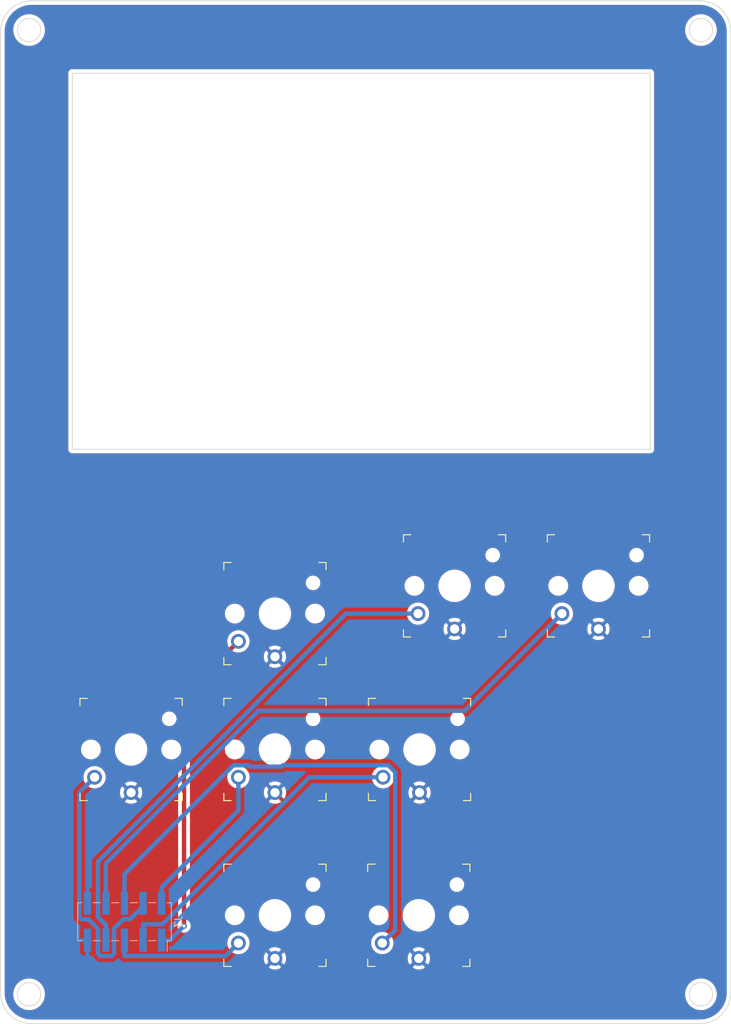
<source format=kicad_pcb>
(kicad_pcb (version 20171130) (host pcbnew "(5.1.9)-1")

  (general
    (thickness 1.6)
    (drawings 16)
    (tracks 50)
    (zones 0)
    (modules 9)
    (nets 10)
  )

  (page A4)
  (layers
    (0 F.Cu signal)
    (31 B.Cu signal)
    (32 B.Adhes user)
    (33 F.Adhes user)
    (34 B.Paste user)
    (35 F.Paste user)
    (36 B.SilkS user)
    (37 F.SilkS user)
    (38 B.Mask user)
    (39 F.Mask user)
    (40 Dwgs.User user)
    (41 Cmts.User user)
    (42 Eco1.User user)
    (43 Eco2.User user)
    (44 Edge.Cuts user)
    (45 Margin user)
    (46 B.CrtYd user)
    (47 F.CrtYd user)
    (48 B.Fab user)
    (49 F.Fab user)
  )

  (setup
    (last_trace_width 0.6)
    (trace_clearance 0.3)
    (zone_clearance 0.508)
    (zone_45_only no)
    (trace_min 0.2)
    (via_size 0.8)
    (via_drill 0.4)
    (via_min_size 0.4)
    (via_min_drill 0.3)
    (uvia_size 0.3)
    (uvia_drill 0.1)
    (uvias_allowed no)
    (uvia_min_size 0.2)
    (uvia_min_drill 0.1)
    (edge_width 0.05)
    (segment_width 0.2)
    (pcb_text_width 0.3)
    (pcb_text_size 1.5 1.5)
    (mod_edge_width 0.12)
    (mod_text_size 1 1)
    (mod_text_width 0.15)
    (pad_size 0.9 0.95)
    (pad_drill 0)
    (pad_to_mask_clearance 0)
    (aux_axis_origin 0 0)
    (visible_elements 7FFFFFFF)
    (pcbplotparams
      (layerselection 0x010fc_ffffffff)
      (usegerberextensions false)
      (usegerberattributes true)
      (usegerberadvancedattributes true)
      (creategerberjobfile true)
      (excludeedgelayer true)
      (linewidth 0.100000)
      (plotframeref false)
      (viasonmask false)
      (mode 1)
      (useauxorigin false)
      (hpglpennumber 1)
      (hpglpenspeed 20)
      (hpglpendiameter 15.000000)
      (psnegative false)
      (psa4output false)
      (plotreference true)
      (plotvalue true)
      (plotinvisibletext false)
      (padsonsilk false)
      (subtractmaskfromsilk false)
      (outputformat 1)
      (mirror false)
      (drillshape 1)
      (scaleselection 1)
      (outputdirectory ""))
  )

  (net 0 "")
  (net 1 GND)
  (net 2 EDIT)
  (net 3 OPTION)
  (net 4 PLAY)
  (net 5 SHIFT)
  (net 6 LEFT)
  (net 7 RIGHT)
  (net 8 DOWN)
  (net 9 UP)

  (net_class Default "This is the default net class."
    (clearance 0.3)
    (trace_width 0.6)
    (via_dia 0.8)
    (via_drill 0.4)
    (uvia_dia 0.3)
    (uvia_drill 0.1)
    (add_net DOWN)
    (add_net EDIT)
    (add_net GND)
    (add_net LEFT)
    (add_net OPTION)
    (add_net PLAY)
    (add_net RIGHT)
    (add_net SHIFT)
    (add_net UP)
  )

  (module keyswitches:SW_PG1350 (layer F.Cu) (tedit 5DD50112) (tstamp 618E934D)
    (at 117.2 97.7)
    (descr "Kailh \"Choc\" PG1350 keyswitch")
    (tags kailh,choc)
    (path /618746E8)
    (fp_text reference SW8 (at 0 -8.255) (layer F.SilkS) hide
      (effects (font (size 1 1) (thickness 0.15)))
    )
    (fp_text value EDIT (at 0 8.255) (layer F.Fab)
      (effects (font (size 1 1) (thickness 0.15)))
    )
    (fp_line (start -7.5 7.5) (end -7.5 -7.5) (layer F.Fab) (width 0.15))
    (fp_line (start 7.5 7.5) (end -7.5 7.5) (layer F.Fab) (width 0.15))
    (fp_line (start 7.5 -7.5) (end 7.5 7.5) (layer F.Fab) (width 0.15))
    (fp_line (start -7.5 -7.5) (end 7.5 -7.5) (layer F.Fab) (width 0.15))
    (fp_line (start -6.9 6.9) (end -6.9 -6.9) (layer Eco2.User) (width 0.15))
    (fp_line (start 6.9 -6.9) (end 6.9 6.9) (layer Eco2.User) (width 0.15))
    (fp_line (start 6.9 -6.9) (end -6.9 -6.9) (layer Eco2.User) (width 0.15))
    (fp_line (start -6.9 6.9) (end 6.9 6.9) (layer Eco2.User) (width 0.15))
    (fp_line (start 7 -7) (end 7 -6) (layer F.SilkS) (width 0.15))
    (fp_line (start 6 7) (end 7 7) (layer F.SilkS) (width 0.15))
    (fp_line (start 7 -7) (end 6 -7) (layer F.SilkS) (width 0.15))
    (fp_line (start 7 6) (end 7 7) (layer F.SilkS) (width 0.15))
    (fp_line (start -7 7) (end -7 6) (layer F.SilkS) (width 0.15))
    (fp_line (start -6 -7) (end -7 -7) (layer F.SilkS) (width 0.15))
    (fp_line (start -7 7) (end -6 7) (layer F.SilkS) (width 0.15))
    (fp_line (start -7 -6) (end -7 -7) (layer F.SilkS) (width 0.15))
    (fp_line (start -2.6 -3.1) (end -2.6 -6.3) (layer Eco2.User) (width 0.15))
    (fp_line (start 2.6 -6.3) (end -2.6 -6.3) (layer Eco2.User) (width 0.15))
    (fp_line (start 2.6 -3.1) (end 2.6 -6.3) (layer Eco2.User) (width 0.15))
    (fp_line (start -2.6 -3.1) (end 2.6 -3.1) (layer Eco2.User) (width 0.15))
    (fp_text user %R (at 0 0) (layer F.Fab)
      (effects (font (size 1 1) (thickness 0.15)))
    )
    (pad "" np_thru_hole circle (at -5.5 0) (size 1.7018 1.7018) (drill 1.7018) (layers *.Cu *.Mask))
    (pad "" np_thru_hole circle (at 5.5 0) (size 1.7018 1.7018) (drill 1.7018) (layers *.Cu *.Mask))
    (pad "" np_thru_hole circle (at 5.22 -4.2) (size 0.9906 0.9906) (drill 0.9906) (layers *.Cu *.Mask))
    (pad 1 thru_hole circle (at 0 5.9) (size 2.032 2.032) (drill 1.27) (layers *.Cu *.Mask)
      (net 1 GND))
    (pad 2 thru_hole circle (at -5 3.8) (size 2.032 2.032) (drill 1.27) (layers *.Cu *.Mask)
      (net 2 EDIT))
    (pad "" np_thru_hole circle (at 0 0) (size 3.429 3.429) (drill 3.429) (layers *.Cu *.Mask))
  )

  (module keyswitches:SW_PG1350 (layer F.Cu) (tedit 5DD50112) (tstamp 618E932E)
    (at 97.5 97.7)
    (descr "Kailh \"Choc\" PG1350 keyswitch")
    (tags kailh,choc)
    (path /618746D4)
    (fp_text reference SW7 (at 0 -8.255) (layer F.SilkS) hide
      (effects (font (size 1 1) (thickness 0.15)))
    )
    (fp_text value OPTION (at 0 8.255) (layer F.Fab)
      (effects (font (size 1 1) (thickness 0.15)))
    )
    (fp_line (start -7.5 7.5) (end -7.5 -7.5) (layer F.Fab) (width 0.15))
    (fp_line (start 7.5 7.5) (end -7.5 7.5) (layer F.Fab) (width 0.15))
    (fp_line (start 7.5 -7.5) (end 7.5 7.5) (layer F.Fab) (width 0.15))
    (fp_line (start -7.5 -7.5) (end 7.5 -7.5) (layer F.Fab) (width 0.15))
    (fp_line (start -6.9 6.9) (end -6.9 -6.9) (layer Eco2.User) (width 0.15))
    (fp_line (start 6.9 -6.9) (end 6.9 6.9) (layer Eco2.User) (width 0.15))
    (fp_line (start 6.9 -6.9) (end -6.9 -6.9) (layer Eco2.User) (width 0.15))
    (fp_line (start -6.9 6.9) (end 6.9 6.9) (layer Eco2.User) (width 0.15))
    (fp_line (start 7 -7) (end 7 -6) (layer F.SilkS) (width 0.15))
    (fp_line (start 6 7) (end 7 7) (layer F.SilkS) (width 0.15))
    (fp_line (start 7 -7) (end 6 -7) (layer F.SilkS) (width 0.15))
    (fp_line (start 7 6) (end 7 7) (layer F.SilkS) (width 0.15))
    (fp_line (start -7 7) (end -7 6) (layer F.SilkS) (width 0.15))
    (fp_line (start -6 -7) (end -7 -7) (layer F.SilkS) (width 0.15))
    (fp_line (start -7 7) (end -6 7) (layer F.SilkS) (width 0.15))
    (fp_line (start -7 -6) (end -7 -7) (layer F.SilkS) (width 0.15))
    (fp_line (start -2.6 -3.1) (end -2.6 -6.3) (layer Eco2.User) (width 0.15))
    (fp_line (start 2.6 -6.3) (end -2.6 -6.3) (layer Eco2.User) (width 0.15))
    (fp_line (start 2.6 -3.1) (end 2.6 -6.3) (layer Eco2.User) (width 0.15))
    (fp_line (start -2.6 -3.1) (end 2.6 -3.1) (layer Eco2.User) (width 0.15))
    (fp_text user %R (at 0 0) (layer F.Fab)
      (effects (font (size 1 1) (thickness 0.15)))
    )
    (pad "" np_thru_hole circle (at -5.5 0) (size 1.7018 1.7018) (drill 1.7018) (layers *.Cu *.Mask))
    (pad "" np_thru_hole circle (at 5.5 0) (size 1.7018 1.7018) (drill 1.7018) (layers *.Cu *.Mask))
    (pad "" np_thru_hole circle (at 5.22 -4.2) (size 0.9906 0.9906) (drill 0.9906) (layers *.Cu *.Mask))
    (pad 1 thru_hole circle (at 0 5.9) (size 2.032 2.032) (drill 1.27) (layers *.Cu *.Mask)
      (net 1 GND))
    (pad 2 thru_hole circle (at -5 3.8) (size 2.032 2.032) (drill 1.27) (layers *.Cu *.Mask)
      (net 3 OPTION))
    (pad "" np_thru_hole circle (at 0 0) (size 3.429 3.429) (drill 3.429) (layers *.Cu *.Mask))
  )

  (module keyswitches:SW_PG1350 (layer F.Cu) (tedit 5DD50112) (tstamp 618E930F)
    (at 92.6 142.8)
    (descr "Kailh \"Choc\" PG1350 keyswitch")
    (tags kailh,choc)
    (path /618746C0)
    (fp_text reference SW6 (at 0 -8.255) (layer F.SilkS) hide
      (effects (font (size 1 1) (thickness 0.15)))
    )
    (fp_text value PLAY (at 0 8.255) (layer F.Fab)
      (effects (font (size 1 1) (thickness 0.15)))
    )
    (fp_line (start -7.5 7.5) (end -7.5 -7.5) (layer F.Fab) (width 0.15))
    (fp_line (start 7.5 7.5) (end -7.5 7.5) (layer F.Fab) (width 0.15))
    (fp_line (start 7.5 -7.5) (end 7.5 7.5) (layer F.Fab) (width 0.15))
    (fp_line (start -7.5 -7.5) (end 7.5 -7.5) (layer F.Fab) (width 0.15))
    (fp_line (start -6.9 6.9) (end -6.9 -6.9) (layer Eco2.User) (width 0.15))
    (fp_line (start 6.9 -6.9) (end 6.9 6.9) (layer Eco2.User) (width 0.15))
    (fp_line (start 6.9 -6.9) (end -6.9 -6.9) (layer Eco2.User) (width 0.15))
    (fp_line (start -6.9 6.9) (end 6.9 6.9) (layer Eco2.User) (width 0.15))
    (fp_line (start 7 -7) (end 7 -6) (layer F.SilkS) (width 0.15))
    (fp_line (start 6 7) (end 7 7) (layer F.SilkS) (width 0.15))
    (fp_line (start 7 -7) (end 6 -7) (layer F.SilkS) (width 0.15))
    (fp_line (start 7 6) (end 7 7) (layer F.SilkS) (width 0.15))
    (fp_line (start -7 7) (end -7 6) (layer F.SilkS) (width 0.15))
    (fp_line (start -6 -7) (end -7 -7) (layer F.SilkS) (width 0.15))
    (fp_line (start -7 7) (end -6 7) (layer F.SilkS) (width 0.15))
    (fp_line (start -7 -6) (end -7 -7) (layer F.SilkS) (width 0.15))
    (fp_line (start -2.6 -3.1) (end -2.6 -6.3) (layer Eco2.User) (width 0.15))
    (fp_line (start 2.6 -6.3) (end -2.6 -6.3) (layer Eco2.User) (width 0.15))
    (fp_line (start 2.6 -3.1) (end 2.6 -6.3) (layer Eco2.User) (width 0.15))
    (fp_line (start -2.6 -3.1) (end 2.6 -3.1) (layer Eco2.User) (width 0.15))
    (fp_text user %R (at 0 0) (layer F.Fab)
      (effects (font (size 1 1) (thickness 0.15)))
    )
    (pad "" np_thru_hole circle (at -5.5 0) (size 1.7018 1.7018) (drill 1.7018) (layers *.Cu *.Mask))
    (pad "" np_thru_hole circle (at 5.5 0) (size 1.7018 1.7018) (drill 1.7018) (layers *.Cu *.Mask))
    (pad "" np_thru_hole circle (at 5.22 -4.2) (size 0.9906 0.9906) (drill 0.9906) (layers *.Cu *.Mask))
    (pad 1 thru_hole circle (at 0 5.9) (size 2.032 2.032) (drill 1.27) (layers *.Cu *.Mask)
      (net 1 GND))
    (pad 2 thru_hole circle (at -5 3.8) (size 2.032 2.032) (drill 1.27) (layers *.Cu *.Mask)
      (net 4 PLAY))
    (pad "" np_thru_hole circle (at 0 0) (size 3.429 3.429) (drill 3.429) (layers *.Cu *.Mask))
  )

  (module keyswitches:SW_PG1350 (layer F.Cu) (tedit 5DD50112) (tstamp 618E92F0)
    (at 72.9 142.8)
    (descr "Kailh \"Choc\" PG1350 keyswitch")
    (tags kailh,choc)
    (path /618743B8)
    (fp_text reference SW5 (at 0 -8.255) (layer F.SilkS) hide
      (effects (font (size 1 1) (thickness 0.15)))
    )
    (fp_text value SHIFT (at 0 8.255) (layer F.Fab)
      (effects (font (size 1 1) (thickness 0.15)))
    )
    (fp_line (start -7.5 7.5) (end -7.5 -7.5) (layer F.Fab) (width 0.15))
    (fp_line (start 7.5 7.5) (end -7.5 7.5) (layer F.Fab) (width 0.15))
    (fp_line (start 7.5 -7.5) (end 7.5 7.5) (layer F.Fab) (width 0.15))
    (fp_line (start -7.5 -7.5) (end 7.5 -7.5) (layer F.Fab) (width 0.15))
    (fp_line (start -6.9 6.9) (end -6.9 -6.9) (layer Eco2.User) (width 0.15))
    (fp_line (start 6.9 -6.9) (end 6.9 6.9) (layer Eco2.User) (width 0.15))
    (fp_line (start 6.9 -6.9) (end -6.9 -6.9) (layer Eco2.User) (width 0.15))
    (fp_line (start -6.9 6.9) (end 6.9 6.9) (layer Eco2.User) (width 0.15))
    (fp_line (start 7 -7) (end 7 -6) (layer F.SilkS) (width 0.15))
    (fp_line (start 6 7) (end 7 7) (layer F.SilkS) (width 0.15))
    (fp_line (start 7 -7) (end 6 -7) (layer F.SilkS) (width 0.15))
    (fp_line (start 7 6) (end 7 7) (layer F.SilkS) (width 0.15))
    (fp_line (start -7 7) (end -7 6) (layer F.SilkS) (width 0.15))
    (fp_line (start -6 -7) (end -7 -7) (layer F.SilkS) (width 0.15))
    (fp_line (start -7 7) (end -6 7) (layer F.SilkS) (width 0.15))
    (fp_line (start -7 -6) (end -7 -7) (layer F.SilkS) (width 0.15))
    (fp_line (start -2.6 -3.1) (end -2.6 -6.3) (layer Eco2.User) (width 0.15))
    (fp_line (start 2.6 -6.3) (end -2.6 -6.3) (layer Eco2.User) (width 0.15))
    (fp_line (start 2.6 -3.1) (end 2.6 -6.3) (layer Eco2.User) (width 0.15))
    (fp_line (start -2.6 -3.1) (end 2.6 -3.1) (layer Eco2.User) (width 0.15))
    (fp_text user %R (at 0 0) (layer F.Fab)
      (effects (font (size 1 1) (thickness 0.15)))
    )
    (pad "" np_thru_hole circle (at -5.5 0) (size 1.7018 1.7018) (drill 1.7018) (layers *.Cu *.Mask))
    (pad "" np_thru_hole circle (at 5.5 0) (size 1.7018 1.7018) (drill 1.7018) (layers *.Cu *.Mask))
    (pad "" np_thru_hole circle (at 5.22 -4.2) (size 0.9906 0.9906) (drill 0.9906) (layers *.Cu *.Mask))
    (pad 1 thru_hole circle (at 0 5.9) (size 2.032 2.032) (drill 1.27) (layers *.Cu *.Mask)
      (net 1 GND))
    (pad 2 thru_hole circle (at -5 3.8) (size 2.032 2.032) (drill 1.27) (layers *.Cu *.Mask)
      (net 5 SHIFT))
    (pad "" np_thru_hole circle (at 0 0) (size 3.429 3.429) (drill 3.429) (layers *.Cu *.Mask))
  )

  (module keyswitches:SW_PG1350 (layer F.Cu) (tedit 5DD50112) (tstamp 618E92D1)
    (at 53.2 120.1)
    (descr "Kailh \"Choc\" PG1350 keyswitch")
    (tags kailh,choc)
    (path /618731F8)
    (fp_text reference SW4 (at 0 -8.255) (layer F.SilkS) hide
      (effects (font (size 1 1) (thickness 0.15)))
    )
    (fp_text value LEFT (at 0 8.255) (layer F.Fab)
      (effects (font (size 1 1) (thickness 0.15)))
    )
    (fp_line (start -7.5 7.5) (end -7.5 -7.5) (layer F.Fab) (width 0.15))
    (fp_line (start 7.5 7.5) (end -7.5 7.5) (layer F.Fab) (width 0.15))
    (fp_line (start 7.5 -7.5) (end 7.5 7.5) (layer F.Fab) (width 0.15))
    (fp_line (start -7.5 -7.5) (end 7.5 -7.5) (layer F.Fab) (width 0.15))
    (fp_line (start -6.9 6.9) (end -6.9 -6.9) (layer Eco2.User) (width 0.15))
    (fp_line (start 6.9 -6.9) (end 6.9 6.9) (layer Eco2.User) (width 0.15))
    (fp_line (start 6.9 -6.9) (end -6.9 -6.9) (layer Eco2.User) (width 0.15))
    (fp_line (start -6.9 6.9) (end 6.9 6.9) (layer Eco2.User) (width 0.15))
    (fp_line (start 7 -7) (end 7 -6) (layer F.SilkS) (width 0.15))
    (fp_line (start 6 7) (end 7 7) (layer F.SilkS) (width 0.15))
    (fp_line (start 7 -7) (end 6 -7) (layer F.SilkS) (width 0.15))
    (fp_line (start 7 6) (end 7 7) (layer F.SilkS) (width 0.15))
    (fp_line (start -7 7) (end -7 6) (layer F.SilkS) (width 0.15))
    (fp_line (start -6 -7) (end -7 -7) (layer F.SilkS) (width 0.15))
    (fp_line (start -7 7) (end -6 7) (layer F.SilkS) (width 0.15))
    (fp_line (start -7 -6) (end -7 -7) (layer F.SilkS) (width 0.15))
    (fp_line (start -2.6 -3.1) (end -2.6 -6.3) (layer Eco2.User) (width 0.15))
    (fp_line (start 2.6 -6.3) (end -2.6 -6.3) (layer Eco2.User) (width 0.15))
    (fp_line (start 2.6 -3.1) (end 2.6 -6.3) (layer Eco2.User) (width 0.15))
    (fp_line (start -2.6 -3.1) (end 2.6 -3.1) (layer Eco2.User) (width 0.15))
    (fp_text user %R (at 0 0) (layer F.Fab)
      (effects (font (size 1 1) (thickness 0.15)))
    )
    (pad "" np_thru_hole circle (at -5.5 0) (size 1.7018 1.7018) (drill 1.7018) (layers *.Cu *.Mask))
    (pad "" np_thru_hole circle (at 5.5 0) (size 1.7018 1.7018) (drill 1.7018) (layers *.Cu *.Mask))
    (pad "" np_thru_hole circle (at 5.22 -4.2) (size 0.9906 0.9906) (drill 0.9906) (layers *.Cu *.Mask))
    (pad 1 thru_hole circle (at 0 5.9) (size 2.032 2.032) (drill 1.27) (layers *.Cu *.Mask)
      (net 1 GND))
    (pad 2 thru_hole circle (at -5 3.8) (size 2.032 2.032) (drill 1.27) (layers *.Cu *.Mask)
      (net 6 LEFT))
    (pad "" np_thru_hole circle (at 0 0) (size 3.429 3.429) (drill 3.429) (layers *.Cu *.Mask))
  )

  (module keyswitches:SW_PG1350 (layer F.Cu) (tedit 5DD50112) (tstamp 618E92B2)
    (at 92.7 120.1)
    (descr "Kailh \"Choc\" PG1350 keyswitch")
    (tags kailh,choc)
    (path /61871E7E)
    (fp_text reference SW3 (at 0 -8.255) (layer F.SilkS) hide
      (effects (font (size 1 1) (thickness 0.15)))
    )
    (fp_text value RIGHT (at 0 8.255) (layer F.Fab)
      (effects (font (size 1 1) (thickness 0.15)))
    )
    (fp_line (start -7.5 7.5) (end -7.5 -7.5) (layer F.Fab) (width 0.15))
    (fp_line (start 7.5 7.5) (end -7.5 7.5) (layer F.Fab) (width 0.15))
    (fp_line (start 7.5 -7.5) (end 7.5 7.5) (layer F.Fab) (width 0.15))
    (fp_line (start -7.5 -7.5) (end 7.5 -7.5) (layer F.Fab) (width 0.15))
    (fp_line (start -6.9 6.9) (end -6.9 -6.9) (layer Eco2.User) (width 0.15))
    (fp_line (start 6.9 -6.9) (end 6.9 6.9) (layer Eco2.User) (width 0.15))
    (fp_line (start 6.9 -6.9) (end -6.9 -6.9) (layer Eco2.User) (width 0.15))
    (fp_line (start -6.9 6.9) (end 6.9 6.9) (layer Eco2.User) (width 0.15))
    (fp_line (start 7 -7) (end 7 -6) (layer F.SilkS) (width 0.15))
    (fp_line (start 6 7) (end 7 7) (layer F.SilkS) (width 0.15))
    (fp_line (start 7 -7) (end 6 -7) (layer F.SilkS) (width 0.15))
    (fp_line (start 7 6) (end 7 7) (layer F.SilkS) (width 0.15))
    (fp_line (start -7 7) (end -7 6) (layer F.SilkS) (width 0.15))
    (fp_line (start -6 -7) (end -7 -7) (layer F.SilkS) (width 0.15))
    (fp_line (start -7 7) (end -6 7) (layer F.SilkS) (width 0.15))
    (fp_line (start -7 -6) (end -7 -7) (layer F.SilkS) (width 0.15))
    (fp_line (start -2.6 -3.1) (end -2.6 -6.3) (layer Eco2.User) (width 0.15))
    (fp_line (start 2.6 -6.3) (end -2.6 -6.3) (layer Eco2.User) (width 0.15))
    (fp_line (start 2.6 -3.1) (end 2.6 -6.3) (layer Eco2.User) (width 0.15))
    (fp_line (start -2.6 -3.1) (end 2.6 -3.1) (layer Eco2.User) (width 0.15))
    (fp_text user %R (at 0 0) (layer F.Fab)
      (effects (font (size 1 1) (thickness 0.15)))
    )
    (pad "" np_thru_hole circle (at -5.5 0) (size 1.7018 1.7018) (drill 1.7018) (layers *.Cu *.Mask))
    (pad "" np_thru_hole circle (at 5.5 0) (size 1.7018 1.7018) (drill 1.7018) (layers *.Cu *.Mask))
    (pad "" np_thru_hole circle (at 5.22 -4.2) (size 0.9906 0.9906) (drill 0.9906) (layers *.Cu *.Mask))
    (pad 1 thru_hole circle (at 0 5.9) (size 2.032 2.032) (drill 1.27) (layers *.Cu *.Mask)
      (net 1 GND))
    (pad 2 thru_hole circle (at -5 3.8) (size 2.032 2.032) (drill 1.27) (layers *.Cu *.Mask)
      (net 7 RIGHT))
    (pad "" np_thru_hole circle (at 0 0) (size 3.429 3.429) (drill 3.429) (layers *.Cu *.Mask))
  )

  (module keyswitches:SW_PG1350 (layer F.Cu) (tedit 5DD50112) (tstamp 618E9293)
    (at 72.9 120.1)
    (descr "Kailh \"Choc\" PG1350 keyswitch")
    (tags kailh,choc)
    (path /61870902)
    (fp_text reference SW2 (at 0 -8.255) (layer F.SilkS) hide
      (effects (font (size 1 1) (thickness 0.15)))
    )
    (fp_text value DOWN (at 0 8.255) (layer F.Fab)
      (effects (font (size 1 1) (thickness 0.15)))
    )
    (fp_line (start -7.5 7.5) (end -7.5 -7.5) (layer F.Fab) (width 0.15))
    (fp_line (start 7.5 7.5) (end -7.5 7.5) (layer F.Fab) (width 0.15))
    (fp_line (start 7.5 -7.5) (end 7.5 7.5) (layer F.Fab) (width 0.15))
    (fp_line (start -7.5 -7.5) (end 7.5 -7.5) (layer F.Fab) (width 0.15))
    (fp_line (start -6.9 6.9) (end -6.9 -6.9) (layer Eco2.User) (width 0.15))
    (fp_line (start 6.9 -6.9) (end 6.9 6.9) (layer Eco2.User) (width 0.15))
    (fp_line (start 6.9 -6.9) (end -6.9 -6.9) (layer Eco2.User) (width 0.15))
    (fp_line (start -6.9 6.9) (end 6.9 6.9) (layer Eco2.User) (width 0.15))
    (fp_line (start 7 -7) (end 7 -6) (layer F.SilkS) (width 0.15))
    (fp_line (start 6 7) (end 7 7) (layer F.SilkS) (width 0.15))
    (fp_line (start 7 -7) (end 6 -7) (layer F.SilkS) (width 0.15))
    (fp_line (start 7 6) (end 7 7) (layer F.SilkS) (width 0.15))
    (fp_line (start -7 7) (end -7 6) (layer F.SilkS) (width 0.15))
    (fp_line (start -6 -7) (end -7 -7) (layer F.SilkS) (width 0.15))
    (fp_line (start -7 7) (end -6 7) (layer F.SilkS) (width 0.15))
    (fp_line (start -7 -6) (end -7 -7) (layer F.SilkS) (width 0.15))
    (fp_line (start -2.6 -3.1) (end -2.6 -6.3) (layer Eco2.User) (width 0.15))
    (fp_line (start 2.6 -6.3) (end -2.6 -6.3) (layer Eco2.User) (width 0.15))
    (fp_line (start 2.6 -3.1) (end 2.6 -6.3) (layer Eco2.User) (width 0.15))
    (fp_line (start -2.6 -3.1) (end 2.6 -3.1) (layer Eco2.User) (width 0.15))
    (fp_text user %R (at 0 0) (layer F.Fab)
      (effects (font (size 1 1) (thickness 0.15)))
    )
    (pad "" np_thru_hole circle (at -5.5 0) (size 1.7018 1.7018) (drill 1.7018) (layers *.Cu *.Mask))
    (pad "" np_thru_hole circle (at 5.5 0) (size 1.7018 1.7018) (drill 1.7018) (layers *.Cu *.Mask))
    (pad "" np_thru_hole circle (at 5.22 -4.2) (size 0.9906 0.9906) (drill 0.9906) (layers *.Cu *.Mask))
    (pad 1 thru_hole circle (at 0 5.9) (size 2.032 2.032) (drill 1.27) (layers *.Cu *.Mask)
      (net 1 GND))
    (pad 2 thru_hole circle (at -5 3.8) (size 2.032 2.032) (drill 1.27) (layers *.Cu *.Mask)
      (net 8 DOWN))
    (pad "" np_thru_hole circle (at 0 0) (size 3.429 3.429) (drill 3.429) (layers *.Cu *.Mask))
  )

  (module keyswitches:SW_PG1350 (layer F.Cu) (tedit 5DD50112) (tstamp 618E9274)
    (at 72.9 101.5)
    (descr "Kailh \"Choc\" PG1350 keyswitch")
    (tags kailh,choc)
    (path /6186C1C1)
    (fp_text reference SW1 (at 0 -8.255) (layer F.SilkS) hide
      (effects (font (size 1 1) (thickness 0.15)))
    )
    (fp_text value UP (at 0 8.255) (layer F.Fab)
      (effects (font (size 1 1) (thickness 0.15)))
    )
    (fp_line (start -7.5 7.5) (end -7.5 -7.5) (layer F.Fab) (width 0.15))
    (fp_line (start 7.5 7.5) (end -7.5 7.5) (layer F.Fab) (width 0.15))
    (fp_line (start 7.5 -7.5) (end 7.5 7.5) (layer F.Fab) (width 0.15))
    (fp_line (start -7.5 -7.5) (end 7.5 -7.5) (layer F.Fab) (width 0.15))
    (fp_line (start -6.9 6.9) (end -6.9 -6.9) (layer Eco2.User) (width 0.15))
    (fp_line (start 6.9 -6.9) (end 6.9 6.9) (layer Eco2.User) (width 0.15))
    (fp_line (start 6.9 -6.9) (end -6.9 -6.9) (layer Eco2.User) (width 0.15))
    (fp_line (start -6.9 6.9) (end 6.9 6.9) (layer Eco2.User) (width 0.15))
    (fp_line (start 7 -7) (end 7 -6) (layer F.SilkS) (width 0.15))
    (fp_line (start 6 7) (end 7 7) (layer F.SilkS) (width 0.15))
    (fp_line (start 7 -7) (end 6 -7) (layer F.SilkS) (width 0.15))
    (fp_line (start 7 6) (end 7 7) (layer F.SilkS) (width 0.15))
    (fp_line (start -7 7) (end -7 6) (layer F.SilkS) (width 0.15))
    (fp_line (start -6 -7) (end -7 -7) (layer F.SilkS) (width 0.15))
    (fp_line (start -7 7) (end -6 7) (layer F.SilkS) (width 0.15))
    (fp_line (start -7 -6) (end -7 -7) (layer F.SilkS) (width 0.15))
    (fp_line (start -2.6 -3.1) (end -2.6 -6.3) (layer Eco2.User) (width 0.15))
    (fp_line (start 2.6 -6.3) (end -2.6 -6.3) (layer Eco2.User) (width 0.15))
    (fp_line (start 2.6 -3.1) (end 2.6 -6.3) (layer Eco2.User) (width 0.15))
    (fp_line (start -2.6 -3.1) (end 2.6 -3.1) (layer Eco2.User) (width 0.15))
    (fp_text user %R (at 0 0) (layer F.Fab)
      (effects (font (size 1 1) (thickness 0.15)))
    )
    (pad "" np_thru_hole circle (at -5.5 0) (size 1.7018 1.7018) (drill 1.7018) (layers *.Cu *.Mask))
    (pad "" np_thru_hole circle (at 5.5 0) (size 1.7018 1.7018) (drill 1.7018) (layers *.Cu *.Mask))
    (pad "" np_thru_hole circle (at 5.22 -4.2) (size 0.9906 0.9906) (drill 0.9906) (layers *.Cu *.Mask))
    (pad 1 thru_hole circle (at 0 5.9) (size 2.032 2.032) (drill 1.27) (layers *.Cu *.Mask)
      (net 1 GND))
    (pad 2 thru_hole circle (at -5 3.8) (size 2.032 2.032) (drill 1.27) (layers *.Cu *.Mask)
      (net 9 UP))
    (pad "" np_thru_hole circle (at 0 0) (size 3.429 3.429) (drill 3.429) (layers *.Cu *.Mask))
  )

  (module Connector_PinHeader_2.54mm:PinHeader_2x05_P2.54mm_Vertical_SMD (layer B.Cu) (tedit 59FED5CC) (tstamp 618E91ED)
    (at 52.3 143.675 90)
    (descr "surface-mounted straight pin header, 2x05, 2.54mm pitch, double rows")
    (tags "Surface mounted pin header SMD 2x05 2.54mm double row")
    (path /6188A148)
    (attr smd)
    (fp_text reference J3 (at 0 7.41 270) (layer B.SilkS)
      (effects (font (size 1 1) (thickness 0.15)) (justify mirror))
    )
    (fp_text value Key_frontpanel (at 0 -7.41 270) (layer B.Fab)
      (effects (font (size 1 1) (thickness 0.15)) (justify mirror))
    )
    (fp_line (start 5.9 6.85) (end -5.9 6.85) (layer B.CrtYd) (width 0.05))
    (fp_line (start 5.9 -6.85) (end 5.9 6.85) (layer B.CrtYd) (width 0.05))
    (fp_line (start -5.9 -6.85) (end 5.9 -6.85) (layer B.CrtYd) (width 0.05))
    (fp_line (start -5.9 6.85) (end -5.9 -6.85) (layer B.CrtYd) (width 0.05))
    (fp_line (start 2.6 -3.3) (end 2.6 -4.32) (layer B.SilkS) (width 0.12))
    (fp_line (start -2.6 -3.3) (end -2.6 -4.32) (layer B.SilkS) (width 0.12))
    (fp_line (start 2.6 -0.76) (end 2.6 -1.78) (layer B.SilkS) (width 0.12))
    (fp_line (start -2.6 -0.76) (end -2.6 -1.78) (layer B.SilkS) (width 0.12))
    (fp_line (start 2.6 1.78) (end 2.6 0.76) (layer B.SilkS) (width 0.12))
    (fp_line (start -2.6 1.78) (end -2.6 0.76) (layer B.SilkS) (width 0.12))
    (fp_line (start 2.6 4.32) (end 2.6 3.3) (layer B.SilkS) (width 0.12))
    (fp_line (start -2.6 4.32) (end -2.6 3.3) (layer B.SilkS) (width 0.12))
    (fp_line (start 2.6 -5.84) (end 2.6 -6.41) (layer B.SilkS) (width 0.12))
    (fp_line (start -2.6 -5.84) (end -2.6 -6.41) (layer B.SilkS) (width 0.12))
    (fp_line (start 2.6 6.41) (end 2.6 5.84) (layer B.SilkS) (width 0.12))
    (fp_line (start -2.6 6.41) (end -2.6 5.84) (layer B.SilkS) (width 0.12))
    (fp_line (start -4.04 5.84) (end -2.6 5.84) (layer B.SilkS) (width 0.12))
    (fp_line (start -2.6 -6.41) (end 2.6 -6.41) (layer B.SilkS) (width 0.12))
    (fp_line (start -2.6 6.41) (end 2.6 6.41) (layer B.SilkS) (width 0.12))
    (fp_line (start 3.6 -5.4) (end 2.54 -5.4) (layer B.Fab) (width 0.1))
    (fp_line (start 3.6 -4.76) (end 3.6 -5.4) (layer B.Fab) (width 0.1))
    (fp_line (start 2.54 -4.76) (end 3.6 -4.76) (layer B.Fab) (width 0.1))
    (fp_line (start -3.6 -5.4) (end -2.54 -5.4) (layer B.Fab) (width 0.1))
    (fp_line (start -3.6 -4.76) (end -3.6 -5.4) (layer B.Fab) (width 0.1))
    (fp_line (start -2.54 -4.76) (end -3.6 -4.76) (layer B.Fab) (width 0.1))
    (fp_line (start 3.6 -2.86) (end 2.54 -2.86) (layer B.Fab) (width 0.1))
    (fp_line (start 3.6 -2.22) (end 3.6 -2.86) (layer B.Fab) (width 0.1))
    (fp_line (start 2.54 -2.22) (end 3.6 -2.22) (layer B.Fab) (width 0.1))
    (fp_line (start -3.6 -2.86) (end -2.54 -2.86) (layer B.Fab) (width 0.1))
    (fp_line (start -3.6 -2.22) (end -3.6 -2.86) (layer B.Fab) (width 0.1))
    (fp_line (start -2.54 -2.22) (end -3.6 -2.22) (layer B.Fab) (width 0.1))
    (fp_line (start 3.6 -0.32) (end 2.54 -0.32) (layer B.Fab) (width 0.1))
    (fp_line (start 3.6 0.32) (end 3.6 -0.32) (layer B.Fab) (width 0.1))
    (fp_line (start 2.54 0.32) (end 3.6 0.32) (layer B.Fab) (width 0.1))
    (fp_line (start -3.6 -0.32) (end -2.54 -0.32) (layer B.Fab) (width 0.1))
    (fp_line (start -3.6 0.32) (end -3.6 -0.32) (layer B.Fab) (width 0.1))
    (fp_line (start -2.54 0.32) (end -3.6 0.32) (layer B.Fab) (width 0.1))
    (fp_line (start 3.6 2.22) (end 2.54 2.22) (layer B.Fab) (width 0.1))
    (fp_line (start 3.6 2.86) (end 3.6 2.22) (layer B.Fab) (width 0.1))
    (fp_line (start 2.54 2.86) (end 3.6 2.86) (layer B.Fab) (width 0.1))
    (fp_line (start -3.6 2.22) (end -2.54 2.22) (layer B.Fab) (width 0.1))
    (fp_line (start -3.6 2.86) (end -3.6 2.22) (layer B.Fab) (width 0.1))
    (fp_line (start -2.54 2.86) (end -3.6 2.86) (layer B.Fab) (width 0.1))
    (fp_line (start 3.6 4.76) (end 2.54 4.76) (layer B.Fab) (width 0.1))
    (fp_line (start 3.6 5.4) (end 3.6 4.76) (layer B.Fab) (width 0.1))
    (fp_line (start 2.54 5.4) (end 3.6 5.4) (layer B.Fab) (width 0.1))
    (fp_line (start -3.6 4.76) (end -2.54 4.76) (layer B.Fab) (width 0.1))
    (fp_line (start -3.6 5.4) (end -3.6 4.76) (layer B.Fab) (width 0.1))
    (fp_line (start -2.54 5.4) (end -3.6 5.4) (layer B.Fab) (width 0.1))
    (fp_line (start 2.54 6.35) (end 2.54 -6.35) (layer B.Fab) (width 0.1))
    (fp_line (start -2.54 5.4) (end -1.59 6.35) (layer B.Fab) (width 0.1))
    (fp_line (start -2.54 -6.35) (end -2.54 5.4) (layer B.Fab) (width 0.1))
    (fp_line (start -1.59 6.35) (end 2.54 6.35) (layer B.Fab) (width 0.1))
    (fp_line (start 2.54 -6.35) (end -2.54 -6.35) (layer B.Fab) (width 0.1))
    (fp_text user %R (at 0 0) (layer B.Fab)
      (effects (font (size 1 1) (thickness 0.15)) (justify mirror))
    )
    (pad 10 smd rect (at 2.525 -5.08 90) (size 3.15 1) (layers B.Cu B.Paste B.Mask)
      (net 1 GND))
    (pad 9 smd rect (at -2.525 -5.08 90) (size 3.15 1) (layers B.Cu B.Paste B.Mask)
      (net 1 GND))
    (pad 8 smd rect (at 2.525 -2.54 90) (size 3.15 1) (layers B.Cu B.Paste B.Mask)
      (net 2 EDIT))
    (pad 7 smd rect (at -2.525 -2.54 90) (size 3.15 1) (layers B.Cu B.Paste B.Mask)
      (net 3 OPTION))
    (pad 6 smd rect (at 2.525 0 90) (size 3.15 1) (layers B.Cu B.Paste B.Mask)
      (net 4 PLAY))
    (pad 5 smd rect (at -2.525 0 90) (size 3.15 1) (layers B.Cu B.Paste B.Mask)
      (net 5 SHIFT))
    (pad 4 smd rect (at 2.525 2.54 90) (size 3.15 1) (layers B.Cu B.Paste B.Mask)
      (net 6 LEFT))
    (pad 3 smd rect (at -2.525 2.54 90) (size 3.15 1) (layers B.Cu B.Paste B.Mask)
      (net 7 RIGHT))
    (pad 2 smd rect (at 2.525 5.08 90) (size 3.15 1) (layers B.Cu B.Paste B.Mask)
      (net 8 DOWN))
    (pad 1 smd rect (at -2.525 5.08 90) (size 3.15 1) (layers B.Cu B.Paste B.Mask)
      (net 9 UP))
    (model ${KISYS3DMOD}/Connector_PinHeader_2.54mm.3dshapes/PinHeader_2x05_P2.54mm_Vertical_SMD.wrl
      (at (xyz 0 0 0))
      (scale (xyz 1 1 1))
      (rotate (xyz 0 0 0))
    )
  )

  (gr_line (start 124.269606 27.529132) (end 124.269606 78.999132) (layer Edge.Cuts) (width 0.1))
  (gr_line (start 45.159731 27.529132) (end 124.269606 27.529132) (layer Edge.Cuts) (width 0.1))
  (gr_circle (center 131.235806 21.61574) (end 132.835806 21.61574) (layer Edge.Cuts) (width 0.1))
  (gr_circle (center 39.235806 21.61574) (end 40.835806 21.61574) (layer Edge.Cuts) (width 0.1))
  (gr_circle (center 131.235806 153.615905) (end 132.835806 153.615905) (layer Edge.Cuts) (width 0.1))
  (gr_circle (center 39.235806 153.615905) (end 40.835806 153.615905) (layer Edge.Cuts) (width 0.1))
  (gr_curve (pts (xy 135.325876 153.382571) (xy 135.325876 155.710905) (xy 133.420876 157.615905) (xy 131.092543 157.615905)) (layer Edge.Cuts) (width 0.1))
  (gr_curve (pts (xy 135.325876 21.849073) (xy 135.325876 21.849073) (xy 135.325876 153.382571) (xy 135.325876 153.382571)) (layer Edge.Cuts) (width 0.1))
  (gr_curve (pts (xy 131.092543 157.615905) (xy 131.092543 157.615905) (xy 39.55921 157.615905) (xy 39.55921 157.615905)) (layer Edge.Cuts) (width 0.1))
  (gr_curve (pts (xy 131.092543 17.61574) (xy 133.420876 17.61574) (xy 135.325876 19.52074) (xy 135.325876 21.849073)) (layer Edge.Cuts) (width 0.1))
  (gr_curve (pts (xy 39.55921 157.615905) (xy 37.230876 157.615905) (xy 35.325876 155.710905) (xy 35.325876 153.382571)) (layer Edge.Cuts) (width 0.1))
  (gr_curve (pts (xy 35.325876 153.382571) (xy 35.325876 153.382571) (xy 35.325876 21.849073) (xy 35.325876 21.849073)) (layer Edge.Cuts) (width 0.1))
  (gr_curve (pts (xy 35.325876 21.849073) (xy 35.325876 19.52074) (xy 37.230876 17.61574) (xy 39.55921 17.61574)) (layer Edge.Cuts) (width 0.1))
  (gr_curve (pts (xy 39.55921 17.61574) (xy 39.55921 17.61574) (xy 131.092543 17.61574) (xy 131.092543 17.61574)) (layer Edge.Cuts) (width 0.1))
  (gr_line (start 45.159731 78.999132) (end 45.159731 27.529132) (layer Edge.Cuts) (width 0.1))
  (gr_line (start 124.269606 78.999132) (end 45.159731 78.999132) (layer Edge.Cuts) (width 0.1))

  (segment (start 49.76 141.15) (end 49.76 138.9747) (width 0.6) (layer B.Cu) (net 2))
  (segment (start 112.2 101.5) (end 98.8957 114.8043) (width 0.6) (layer B.Cu) (net 2))
  (segment (start 98.8957 114.8043) (end 70.6425 114.8043) (width 0.6) (layer B.Cu) (net 2))
  (segment (start 70.6425 114.8043) (end 49.76 135.6868) (width 0.6) (layer B.Cu) (net 2))
  (segment (start 49.76 135.6868) (end 49.76 138.9747) (width 0.6) (layer B.Cu) (net 2))
  (segment (start 49.76 146.2) (end 49.76 144.0247) (width 0.6) (layer B.Cu) (net 3))
  (segment (start 49.76 144.0247) (end 49.6447 144.0247) (width 0.6) (layer B.Cu) (net 3))
  (segment (start 49.6447 144.0247) (end 48.6596 143.0396) (width 0.6) (layer B.Cu) (net 3))
  (segment (start 48.6596 143.0396) (end 48.6596 135.4627) (width 0.6) (layer B.Cu) (net 3))
  (segment (start 48.6596 135.4627) (end 82.6223 101.5) (width 0.6) (layer B.Cu) (net 3))
  (segment (start 82.6223 101.5) (end 92.5 101.5) (width 0.6) (layer B.Cu) (net 3))
  (segment (start 52.3 141.15) (end 52.3 137.1677) (width 0.6) (layer B.Cu) (net 4))
  (segment (start 52.3 137.1677) (end 67.2069 122.2608) (width 0.6) (layer B.Cu) (net 4))
  (segment (start 67.2069 122.2608) (end 69.3623 122.2608) (width 0.6) (layer B.Cu) (net 4))
  (segment (start 69.3623 122.2608) (end 69.547 122.4455) (width 0.6) (layer B.Cu) (net 4))
  (segment (start 69.547 122.4455) (end 73.8283 122.4455) (width 0.6) (layer B.Cu) (net 4))
  (segment (start 73.8283 122.4455) (end 74.0214 122.2524) (width 0.6) (layer B.Cu) (net 4))
  (segment (start 74.0214 122.2524) (end 88.423 122.2524) (width 0.6) (layer B.Cu) (net 4))
  (segment (start 88.423 122.2524) (end 89.3701 123.1995) (width 0.6) (layer B.Cu) (net 4))
  (segment (start 89.3701 123.1995) (end 89.3701 144.8299) (width 0.6) (layer B.Cu) (net 4))
  (segment (start 89.3701 144.8299) (end 87.6 146.6) (width 0.6) (layer B.Cu) (net 4))
  (segment (start 52.3 146.2) (end 52.3 148.3753) (width 0.6) (layer B.Cu) (net 5))
  (segment (start 52.3 148.3753) (end 66.1247 148.3753) (width 0.6) (layer B.Cu) (net 5))
  (segment (start 66.1247 148.3753) (end 67.9 146.6) (width 0.6) (layer B.Cu) (net 5))
  (segment (start 54.84 141.15) (end 54.84 141.5723) (width 0.6) (layer B.Cu) (net 6))
  (segment (start 54.84 141.5723) (end 53.0869 143.3254) (width 0.6) (layer B.Cu) (net 6))
  (segment (start 53.0869 143.3254) (end 52.1432 143.3254) (width 0.6) (layer B.Cu) (net 6))
  (segment (start 52.1432 143.3254) (end 50.8666 144.602) (width 0.6) (layer B.Cu) (net 6))
  (segment (start 50.8666 144.602) (end 50.8666 148.046) (width 0.6) (layer B.Cu) (net 6))
  (segment (start 50.8666 148.046) (end 50.5372 148.3754) (width 0.6) (layer B.Cu) (net 6))
  (segment (start 50.5372 148.3754) (end 48.997 148.3754) (width 0.6) (layer B.Cu) (net 6))
  (segment (start 48.997 148.3754) (end 48.6596 148.038) (width 0.6) (layer B.Cu) (net 6))
  (segment (start 48.6596 148.038) (end 48.6596 144.6589) (width 0.6) (layer B.Cu) (net 6))
  (segment (start 48.6596 144.6589) (end 47.3576 143.3569) (width 0.6) (layer B.Cu) (net 6))
  (segment (start 47.3576 143.3569) (end 46.4292 143.3569) (width 0.6) (layer B.Cu) (net 6))
  (segment (start 46.4292 143.3569) (end 46.1112 143.0389) (width 0.6) (layer B.Cu) (net 6))
  (segment (start 46.1112 143.0389) (end 46.1112 125.9888) (width 0.6) (layer B.Cu) (net 6))
  (segment (start 46.1112 125.9888) (end 48.2 123.9) (width 0.6) (layer B.Cu) (net 6))
  (segment (start 54.84 146.2) (end 54.84 144.0247) (width 0.6) (layer B.Cu) (net 7))
  (segment (start 54.84 144.0247) (end 57.5009 144.0247) (width 0.6) (layer B.Cu) (net 7))
  (segment (start 57.5009 144.0247) (end 77.6256 123.9) (width 0.6) (layer B.Cu) (net 7))
  (segment (start 77.6256 123.9) (end 87.7 123.9) (width 0.6) (layer B.Cu) (net 7))
  (segment (start 57.38 141.15) (end 57.38 138.9747) (width 0.6) (layer B.Cu) (net 8))
  (segment (start 57.38 138.9747) (end 67.9 128.4547) (width 0.6) (layer B.Cu) (net 8))
  (segment (start 67.9 128.4547) (end 67.9 123.9) (width 0.6) (layer B.Cu) (net 8))
  (segment (start 60.4525 144.2615) (end 60.4525 112.7475) (width 0.6) (layer F.Cu) (net 9))
  (segment (start 60.4525 112.7475) (end 67.9 105.3) (width 0.6) (layer F.Cu) (net 9))
  (segment (start 57.38 146.2) (end 58.514 146.2) (width 0.6) (layer B.Cu) (net 9))
  (segment (start 58.514 146.2) (end 60.4525 144.2615) (width 0.6) (layer B.Cu) (net 9))
  (via (at 60.4525 144.2615) (size 0.8) (layers F.Cu B.Cu) (net 9))

  (zone (net 1) (net_name GND) (layer F.Cu) (tstamp 0) (hatch edge 0.508)
    (connect_pads (clearance 0.508))
    (min_thickness 0.254)
    (fill yes (arc_segments 32) (thermal_gap 0.508) (thermal_bridge_width 0.508))
    (polygon
      (pts
        (xy 135.25 157.5) (xy 35.25 157.5) (xy 35.25 17.5) (xy 135.25 17.5)
      )
    )
    (filled_polygon
      (pts
        (xy 131.274599 18.305606) (xy 131.454038 18.319365) (xy 131.630822 18.342001) (xy 131.804722 18.373276) (xy 131.975619 18.412974)
        (xy 132.143322 18.460876) (xy 132.307642 18.51677) (xy 132.46839 18.58045) (xy 132.625325 18.651692) (xy 132.778236 18.730289)
        (xy 132.926905 18.816029) (xy 133.071065 18.908676) (xy 133.210476 19.008003) (xy 133.344915 19.113794) (xy 133.474114 19.225802)
        (xy 133.59783 19.343785) (xy 133.715814 19.467502) (xy 133.827821 19.5967) (xy 133.933611 19.731138) (xy 134.032945 19.87056)
        (xy 134.125587 20.014711) (xy 134.211319 20.163364) (xy 134.289923 20.316291) (xy 134.361165 20.473222) (xy 134.424845 20.633972)
        (xy 134.480739 20.798293) (xy 134.528641 20.965996) (xy 134.568339 21.13689) (xy 134.599614 21.310793) (xy 134.62225 21.487579)
        (xy 134.636009 21.667016) (xy 134.640876 21.857802) (xy 134.640876 153.373841) (xy 134.636009 153.564627) (xy 134.62225 153.744064)
        (xy 134.599614 153.92085) (xy 134.568339 154.094753) (xy 134.528641 154.265647) (xy 134.480742 154.433339) (xy 134.42484 154.597684)
        (xy 134.361165 154.758422) (xy 134.289923 154.915353) (xy 134.211319 155.06828) (xy 134.125584 155.216937) (xy 134.032945 155.361084)
        (xy 133.933614 155.500501) (xy 133.827817 155.634946) (xy 133.71581 155.764146) (xy 133.59783 155.887859) (xy 133.474114 156.005842)
        (xy 133.344915 156.11785) (xy 133.210476 156.223641) (xy 133.071065 156.322968) (xy 132.926905 156.415615) (xy 132.778236 156.501355)
        (xy 132.625325 156.579952) (xy 132.46839 156.651194) (xy 132.307642 156.714874) (xy 132.143322 156.770768) (xy 131.975619 156.81867)
        (xy 131.804722 156.858368) (xy 131.630822 156.889643) (xy 131.454038 156.912279) (xy 131.274598 156.926038) (xy 131.083814 156.930905)
        (xy 39.567939 156.930905) (xy 39.377153 156.926038) (xy 39.197716 156.912279) (xy 39.02093 156.889643) (xy 38.847027 156.858368)
        (xy 38.676133 156.81867) (xy 38.508441 156.770771) (xy 38.344096 156.714869) (xy 38.183358 156.651194) (xy 38.026427 156.579952)
        (xy 37.8735 156.501348) (xy 37.724843 156.415613) (xy 37.580696 156.322974) (xy 37.441279 156.223643) (xy 37.306834 156.117846)
        (xy 37.177634 156.005839) (xy 37.053921 155.887859) (xy 36.935942 155.764147) (xy 36.823926 155.634937) (xy 36.71814 155.500506)
        (xy 36.618806 155.361083) (xy 36.526168 155.216939) (xy 36.440425 155.068265) (xy 36.361828 154.915354) (xy 36.290586 154.758419)
        (xy 36.226911 154.597683) (xy 36.171009 154.433339) (xy 36.12311 154.265647) (xy 36.083412 154.09475) (xy 36.052137 153.92085)
        (xy 36.029501 153.744066) (xy 36.015742 153.564627) (xy 36.011288 153.389975) (xy 36.941905 153.389975) (xy 36.941905 153.841835)
        (xy 37.030059 154.285011) (xy 37.202977 154.702474) (xy 37.454017 155.078182) (xy 37.773529 155.397694) (xy 38.149237 155.648734)
        (xy 38.5667 155.821652) (xy 39.009876 155.909806) (xy 39.461736 155.909806) (xy 39.904912 155.821652) (xy 40.322375 155.648734)
        (xy 40.698083 155.397694) (xy 41.017595 155.078182) (xy 41.268635 154.702474) (xy 41.441553 154.285011) (xy 41.529707 153.841835)
        (xy 41.529707 153.389975) (xy 128.941905 153.389975) (xy 128.941905 153.841835) (xy 129.030059 154.285011) (xy 129.202977 154.702474)
        (xy 129.454017 155.078182) (xy 129.773529 155.397694) (xy 130.149237 155.648734) (xy 130.5667 155.821652) (xy 131.009876 155.909806)
        (xy 131.461736 155.909806) (xy 131.904912 155.821652) (xy 132.322375 155.648734) (xy 132.698083 155.397694) (xy 133.017595 155.078182)
        (xy 133.268635 154.702474) (xy 133.441553 154.285011) (xy 133.529707 153.841835) (xy 133.529707 153.389975) (xy 133.441553 152.946799)
        (xy 133.268635 152.529336) (xy 133.017595 152.153628) (xy 132.698083 151.834116) (xy 132.322375 151.583076) (xy 131.904912 151.410158)
        (xy 131.461736 151.322004) (xy 131.009876 151.322004) (xy 130.5667 151.410158) (xy 130.149237 151.583076) (xy 129.773529 151.834116)
        (xy 129.454017 152.153628) (xy 129.202977 152.529336) (xy 129.030059 152.946799) (xy 128.941905 153.389975) (xy 41.529707 153.389975)
        (xy 41.441553 152.946799) (xy 41.268635 152.529336) (xy 41.017595 152.153628) (xy 40.698083 151.834116) (xy 40.322375 151.583076)
        (xy 39.904912 151.410158) (xy 39.461736 151.322004) (xy 39.009876 151.322004) (xy 38.5667 151.410158) (xy 38.149237 151.583076)
        (xy 37.773529 151.834116) (xy 37.454017 152.153628) (xy 37.202977 152.529336) (xy 37.030059 152.946799) (xy 36.941905 153.389975)
        (xy 36.011288 153.389975) (xy 36.010876 153.373847) (xy 36.010876 149.846823) (xy 71.932782 149.846823) (xy 72.030478 150.11286)
        (xy 72.322821 150.255348) (xy 72.637344 150.338064) (xy 72.961962 150.357831) (xy 73.284198 150.313888) (xy 73.59167 150.207924)
        (xy 73.769522 150.11286) (xy 73.867218 149.846823) (xy 91.632782 149.846823) (xy 91.730478 150.11286) (xy 92.022821 150.255348)
        (xy 92.337344 150.338064) (xy 92.661962 150.357831) (xy 92.984198 150.313888) (xy 93.29167 150.207924) (xy 93.469522 150.11286)
        (xy 93.567218 149.846823) (xy 92.6 148.879605) (xy 91.632782 149.846823) (xy 73.867218 149.846823) (xy 72.9 148.879605)
        (xy 71.932782 149.846823) (xy 36.010876 149.846823) (xy 36.010876 148.761962) (xy 71.242169 148.761962) (xy 71.286112 149.084198)
        (xy 71.392076 149.39167) (xy 71.48714 149.569522) (xy 71.753177 149.667218) (xy 72.720395 148.7) (xy 73.079605 148.7)
        (xy 74.046823 149.667218) (xy 74.31286 149.569522) (xy 74.455348 149.277179) (xy 74.538064 148.962656) (xy 74.550284 148.761962)
        (xy 90.942169 148.761962) (xy 90.986112 149.084198) (xy 91.092076 149.39167) (xy 91.18714 149.569522) (xy 91.453177 149.667218)
        (xy 92.420395 148.7) (xy 92.779605 148.7) (xy 93.746823 149.667218) (xy 94.01286 149.569522) (xy 94.155348 149.277179)
        (xy 94.238064 148.962656) (xy 94.257831 148.638038) (xy 94.213888 148.315802) (xy 94.107924 148.00833) (xy 94.01286 147.830478)
        (xy 93.746823 147.732782) (xy 92.779605 148.7) (xy 92.420395 148.7) (xy 91.453177 147.732782) (xy 91.18714 147.830478)
        (xy 91.044652 148.122821) (xy 90.961936 148.437344) (xy 90.942169 148.761962) (xy 74.550284 148.761962) (xy 74.557831 148.638038)
        (xy 74.513888 148.315802) (xy 74.407924 148.00833) (xy 74.31286 147.830478) (xy 74.046823 147.732782) (xy 73.079605 148.7)
        (xy 72.720395 148.7) (xy 71.753177 147.732782) (xy 71.48714 147.830478) (xy 71.344652 148.122821) (xy 71.261936 148.437344)
        (xy 71.242169 148.761962) (xy 36.010876 148.761962) (xy 36.010876 146.437391) (xy 66.249 146.437391) (xy 66.249 146.762609)
        (xy 66.312447 147.081579) (xy 66.436903 147.382042) (xy 66.617585 147.652451) (xy 66.847549 147.882415) (xy 67.117958 148.063097)
        (xy 67.418421 148.187553) (xy 67.737391 148.251) (xy 68.062609 148.251) (xy 68.381579 148.187553) (xy 68.682042 148.063097)
        (xy 68.952451 147.882415) (xy 69.182415 147.652451) (xy 69.248747 147.553177) (xy 71.932782 147.553177) (xy 72.9 148.520395)
        (xy 73.867218 147.553177) (xy 73.769522 147.28714) (xy 73.477179 147.144652) (xy 73.162656 147.061936) (xy 72.838038 147.042169)
        (xy 72.515802 147.086112) (xy 72.20833 147.192076) (xy 72.030478 147.28714) (xy 71.932782 147.553177) (xy 69.248747 147.553177)
        (xy 69.363097 147.382042) (xy 69.487553 147.081579) (xy 69.551 146.762609) (xy 69.551 146.437391) (xy 85.949 146.437391)
        (xy 85.949 146.762609) (xy 86.012447 147.081579) (xy 86.136903 147.382042) (xy 86.317585 147.652451) (xy 86.547549 147.882415)
        (xy 86.817958 148.063097) (xy 87.118421 148.187553) (xy 87.437391 148.251) (xy 87.762609 148.251) (xy 88.081579 148.187553)
        (xy 88.382042 148.063097) (xy 88.652451 147.882415) (xy 88.882415 147.652451) (xy 88.948747 147.553177) (xy 91.632782 147.553177)
        (xy 92.6 148.520395) (xy 93.567218 147.553177) (xy 93.469522 147.28714) (xy 93.177179 147.144652) (xy 92.862656 147.061936)
        (xy 92.538038 147.042169) (xy 92.215802 147.086112) (xy 91.90833 147.192076) (xy 91.730478 147.28714) (xy 91.632782 147.553177)
        (xy 88.948747 147.553177) (xy 89.063097 147.382042) (xy 89.187553 147.081579) (xy 89.251 146.762609) (xy 89.251 146.437391)
        (xy 89.187553 146.118421) (xy 89.063097 145.817958) (xy 88.882415 145.547549) (xy 88.652451 145.317585) (xy 88.382042 145.136903)
        (xy 88.081579 145.012447) (xy 87.762609 144.949) (xy 87.437391 144.949) (xy 87.118421 145.012447) (xy 86.817958 145.136903)
        (xy 86.547549 145.317585) (xy 86.317585 145.547549) (xy 86.136903 145.817958) (xy 86.012447 146.118421) (xy 85.949 146.437391)
        (xy 69.551 146.437391) (xy 69.487553 146.118421) (xy 69.363097 145.817958) (xy 69.182415 145.547549) (xy 68.952451 145.317585)
        (xy 68.682042 145.136903) (xy 68.381579 145.012447) (xy 68.062609 144.949) (xy 67.737391 144.949) (xy 67.418421 145.012447)
        (xy 67.117958 145.136903) (xy 66.847549 145.317585) (xy 66.617585 145.547549) (xy 66.436903 145.817958) (xy 66.312447 146.118421)
        (xy 66.249 146.437391) (xy 36.010876 146.437391) (xy 36.010876 127.146823) (xy 52.232782 127.146823) (xy 52.330478 127.41286)
        (xy 52.622821 127.555348) (xy 52.937344 127.638064) (xy 53.261962 127.657831) (xy 53.584198 127.613888) (xy 53.89167 127.507924)
        (xy 54.069522 127.41286) (xy 54.167218 127.146823) (xy 53.2 126.179605) (xy 52.232782 127.146823) (xy 36.010876 127.146823)
        (xy 36.010876 126.061962) (xy 51.542169 126.061962) (xy 51.586112 126.384198) (xy 51.692076 126.69167) (xy 51.78714 126.869522)
        (xy 52.053177 126.967218) (xy 53.020395 126) (xy 53.379605 126) (xy 54.346823 126.967218) (xy 54.61286 126.869522)
        (xy 54.755348 126.577179) (xy 54.838064 126.262656) (xy 54.857831 125.938038) (xy 54.813888 125.615802) (xy 54.707924 125.30833)
        (xy 54.61286 125.130478) (xy 54.346823 125.032782) (xy 53.379605 126) (xy 53.020395 126) (xy 52.053177 125.032782)
        (xy 51.78714 125.130478) (xy 51.644652 125.422821) (xy 51.561936 125.737344) (xy 51.542169 126.061962) (xy 36.010876 126.061962)
        (xy 36.010876 123.737391) (xy 46.549 123.737391) (xy 46.549 124.062609) (xy 46.612447 124.381579) (xy 46.736903 124.682042)
        (xy 46.917585 124.952451) (xy 47.147549 125.182415) (xy 47.417958 125.363097) (xy 47.718421 125.487553) (xy 48.037391 125.551)
        (xy 48.362609 125.551) (xy 48.681579 125.487553) (xy 48.982042 125.363097) (xy 49.252451 125.182415) (xy 49.482415 124.952451)
        (xy 49.548747 124.853177) (xy 52.232782 124.853177) (xy 53.2 125.820395) (xy 54.167218 124.853177) (xy 54.069522 124.58714)
        (xy 53.777179 124.444652) (xy 53.462656 124.361936) (xy 53.138038 124.342169) (xy 52.815802 124.386112) (xy 52.50833 124.492076)
        (xy 52.330478 124.58714) (xy 52.232782 124.853177) (xy 49.548747 124.853177) (xy 49.663097 124.682042) (xy 49.787553 124.381579)
        (xy 49.851 124.062609) (xy 49.851 123.737391) (xy 49.787553 123.418421) (xy 49.663097 123.117958) (xy 49.482415 122.847549)
        (xy 49.252451 122.617585) (xy 48.982042 122.436903) (xy 48.681579 122.312447) (xy 48.362609 122.249) (xy 48.037391 122.249)
        (xy 47.718421 122.312447) (xy 47.417958 122.436903) (xy 47.147549 122.617585) (xy 46.917585 122.847549) (xy 46.736903 123.117958)
        (xy 46.612447 123.418421) (xy 46.549 123.737391) (xy 36.010876 123.737391) (xy 36.010876 119.953652) (xy 46.2141 119.953652)
        (xy 46.2141 120.246348) (xy 46.271202 120.533421) (xy 46.383212 120.803838) (xy 46.545826 121.047206) (xy 46.752794 121.254174)
        (xy 46.996162 121.416788) (xy 47.266579 121.528798) (xy 47.553652 121.5859) (xy 47.846348 121.5859) (xy 48.133421 121.528798)
        (xy 48.403838 121.416788) (xy 48.647206 121.254174) (xy 48.854174 121.047206) (xy 49.016788 120.803838) (xy 49.128798 120.533421)
        (xy 49.1859 120.246348) (xy 49.1859 119.953652) (xy 49.168982 119.868594) (xy 50.8505 119.868594) (xy 50.8505 120.331406)
        (xy 50.94079 120.785324) (xy 51.1179 121.212905) (xy 51.375024 121.597719) (xy 51.702281 121.924976) (xy 52.087095 122.1821)
        (xy 52.514676 122.35921) (xy 52.968594 122.4495) (xy 53.431406 122.4495) (xy 53.885324 122.35921) (xy 54.312905 122.1821)
        (xy 54.697719 121.924976) (xy 55.024976 121.597719) (xy 55.2821 121.212905) (xy 55.45921 120.785324) (xy 55.5495 120.331406)
        (xy 55.5495 119.953652) (xy 57.2141 119.953652) (xy 57.2141 120.246348) (xy 57.271202 120.533421) (xy 57.383212 120.803838)
        (xy 57.545826 121.047206) (xy 57.752794 121.254174) (xy 57.996162 121.416788) (xy 58.266579 121.528798) (xy 58.553652 121.5859)
        (xy 58.846348 121.5859) (xy 59.133421 121.528798) (xy 59.403838 121.416788) (xy 59.517501 121.340841) (xy 59.5175 143.814205)
        (xy 59.457274 143.959602) (xy 59.4175 144.159561) (xy 59.4175 144.363439) (xy 59.457274 144.563398) (xy 59.535295 144.751756)
        (xy 59.648563 144.921274) (xy 59.792726 145.065437) (xy 59.962244 145.178705) (xy 60.150602 145.256726) (xy 60.350561 145.2965)
        (xy 60.554439 145.2965) (xy 60.754398 145.256726) (xy 60.942756 145.178705) (xy 61.112274 145.065437) (xy 61.256437 144.921274)
        (xy 61.369705 144.751756) (xy 61.447726 144.563398) (xy 61.4875 144.363439) (xy 61.4875 144.159561) (xy 61.447726 143.959602)
        (xy 61.3875 143.814205) (xy 61.3875 142.653652) (xy 65.9141 142.653652) (xy 65.9141 142.946348) (xy 65.971202 143.233421)
        (xy 66.083212 143.503838) (xy 66.245826 143.747206) (xy 66.452794 143.954174) (xy 66.696162 144.116788) (xy 66.966579 144.228798)
        (xy 67.253652 144.2859) (xy 67.546348 144.2859) (xy 67.833421 144.228798) (xy 68.103838 144.116788) (xy 68.347206 143.954174)
        (xy 68.554174 143.747206) (xy 68.716788 143.503838) (xy 68.828798 143.233421) (xy 68.8859 142.946348) (xy 68.8859 142.653652)
        (xy 68.868982 142.568594) (xy 70.5505 142.568594) (xy 70.5505 143.031406) (xy 70.64079 143.485324) (xy 70.8179 143.912905)
        (xy 71.075024 144.297719) (xy 71.402281 144.624976) (xy 71.787095 144.8821) (xy 72.214676 145.05921) (xy 72.668594 145.1495)
        (xy 73.131406 145.1495) (xy 73.585324 145.05921) (xy 74.012905 144.8821) (xy 74.397719 144.624976) (xy 74.724976 144.297719)
        (xy 74.9821 143.912905) (xy 75.15921 143.485324) (xy 75.2495 143.031406) (xy 75.2495 142.653652) (xy 76.9141 142.653652)
        (xy 76.9141 142.946348) (xy 76.971202 143.233421) (xy 77.083212 143.503838) (xy 77.245826 143.747206) (xy 77.452794 143.954174)
        (xy 77.696162 144.116788) (xy 77.966579 144.228798) (xy 78.253652 144.2859) (xy 78.546348 144.2859) (xy 78.833421 144.228798)
        (xy 79.103838 144.116788) (xy 79.347206 143.954174) (xy 79.554174 143.747206) (xy 79.716788 143.503838) (xy 79.828798 143.233421)
        (xy 79.8859 142.946348) (xy 79.8859 142.653652) (xy 85.6141 142.653652) (xy 85.6141 142.946348) (xy 85.671202 143.233421)
        (xy 85.783212 143.503838) (xy 85.945826 143.747206) (xy 86.152794 143.954174) (xy 86.396162 144.116788) (xy 86.666579 144.228798)
        (xy 86.953652 144.2859) (xy 87.246348 144.2859) (xy 87.533421 144.228798) (xy 87.803838 144.116788) (xy 88.047206 143.954174)
        (xy 88.254174 143.747206) (xy 88.416788 143.503838) (xy 88.528798 143.233421) (xy 88.5859 142.946348) (xy 88.5859 142.653652)
        (xy 88.568982 142.568594) (xy 90.2505 142.568594) (xy 90.2505 143.031406) (xy 90.34079 143.485324) (xy 90.5179 143.912905)
        (xy 90.775024 144.297719) (xy 91.102281 144.624976) (xy 91.487095 144.8821) (xy 91.914676 145.05921) (xy 92.368594 145.1495)
        (xy 92.831406 145.1495) (xy 93.285324 145.05921) (xy 93.712905 144.8821) (xy 94.097719 144.624976) (xy 94.424976 144.297719)
        (xy 94.6821 143.912905) (xy 94.85921 143.485324) (xy 94.9495 143.031406) (xy 94.9495 142.653652) (xy 96.6141 142.653652)
        (xy 96.6141 142.946348) (xy 96.671202 143.233421) (xy 96.783212 143.503838) (xy 96.945826 143.747206) (xy 97.152794 143.954174)
        (xy 97.396162 144.116788) (xy 97.666579 144.228798) (xy 97.953652 144.2859) (xy 98.246348 144.2859) (xy 98.533421 144.228798)
        (xy 98.803838 144.116788) (xy 99.047206 143.954174) (xy 99.254174 143.747206) (xy 99.416788 143.503838) (xy 99.528798 143.233421)
        (xy 99.5859 142.946348) (xy 99.5859 142.653652) (xy 99.528798 142.366579) (xy 99.416788 142.096162) (xy 99.254174 141.852794)
        (xy 99.047206 141.645826) (xy 98.803838 141.483212) (xy 98.533421 141.371202) (xy 98.246348 141.3141) (xy 97.953652 141.3141)
        (xy 97.666579 141.371202) (xy 97.396162 141.483212) (xy 97.152794 141.645826) (xy 96.945826 141.852794) (xy 96.783212 142.096162)
        (xy 96.671202 142.366579) (xy 96.6141 142.653652) (xy 94.9495 142.653652) (xy 94.9495 142.568594) (xy 94.85921 142.114676)
        (xy 94.6821 141.687095) (xy 94.424976 141.302281) (xy 94.097719 140.975024) (xy 93.712905 140.7179) (xy 93.285324 140.54079)
        (xy 92.831406 140.4505) (xy 92.368594 140.4505) (xy 91.914676 140.54079) (xy 91.487095 140.7179) (xy 91.102281 140.975024)
        (xy 90.775024 141.302281) (xy 90.5179 141.687095) (xy 90.34079 142.114676) (xy 90.2505 142.568594) (xy 88.568982 142.568594)
        (xy 88.528798 142.366579) (xy 88.416788 142.096162) (xy 88.254174 141.852794) (xy 88.047206 141.645826) (xy 87.803838 141.483212)
        (xy 87.533421 141.371202) (xy 87.246348 141.3141) (xy 86.953652 141.3141) (xy 86.666579 141.371202) (xy 86.396162 141.483212)
        (xy 86.152794 141.645826) (xy 85.945826 141.852794) (xy 85.783212 142.096162) (xy 85.671202 142.366579) (xy 85.6141 142.653652)
        (xy 79.8859 142.653652) (xy 79.828798 142.366579) (xy 79.716788 142.096162) (xy 79.554174 141.852794) (xy 79.347206 141.645826)
        (xy 79.103838 141.483212) (xy 78.833421 141.371202) (xy 78.546348 141.3141) (xy 78.253652 141.3141) (xy 77.966579 141.371202)
        (xy 77.696162 141.483212) (xy 77.452794 141.645826) (xy 77.245826 141.852794) (xy 77.083212 142.096162) (xy 76.971202 142.366579)
        (xy 76.9141 142.653652) (xy 75.2495 142.653652) (xy 75.2495 142.568594) (xy 75.15921 142.114676) (xy 74.9821 141.687095)
        (xy 74.724976 141.302281) (xy 74.397719 140.975024) (xy 74.012905 140.7179) (xy 73.585324 140.54079) (xy 73.131406 140.4505)
        (xy 72.668594 140.4505) (xy 72.214676 140.54079) (xy 71.787095 140.7179) (xy 71.402281 140.975024) (xy 71.075024 141.302281)
        (xy 70.8179 141.687095) (xy 70.64079 142.114676) (xy 70.5505 142.568594) (xy 68.868982 142.568594) (xy 68.828798 142.366579)
        (xy 68.716788 142.096162) (xy 68.554174 141.852794) (xy 68.347206 141.645826) (xy 68.103838 141.483212) (xy 67.833421 141.371202)
        (xy 67.546348 141.3141) (xy 67.253652 141.3141) (xy 66.966579 141.371202) (xy 66.696162 141.483212) (xy 66.452794 141.645826)
        (xy 66.245826 141.852794) (xy 66.083212 142.096162) (xy 65.971202 142.366579) (xy 65.9141 142.653652) (xy 61.3875 142.653652)
        (xy 61.3875 138.488675) (xy 76.9897 138.488675) (xy 76.9897 138.711325) (xy 77.033137 138.929696) (xy 77.118341 139.135398)
        (xy 77.242039 139.320524) (xy 77.399476 139.477961) (xy 77.584602 139.601659) (xy 77.790304 139.686863) (xy 78.008675 139.7303)
        (xy 78.231325 139.7303) (xy 78.449696 139.686863) (xy 78.655398 139.601659) (xy 78.840524 139.477961) (xy 78.997961 139.320524)
        (xy 79.121659 139.135398) (xy 79.206863 138.929696) (xy 79.2503 138.711325) (xy 79.2503 138.488675) (xy 96.6897 138.488675)
        (xy 96.6897 138.711325) (xy 96.733137 138.929696) (xy 96.818341 139.135398) (xy 96.942039 139.320524) (xy 97.099476 139.477961)
        (xy 97.284602 139.601659) (xy 97.490304 139.686863) (xy 97.708675 139.7303) (xy 97.931325 139.7303) (xy 98.149696 139.686863)
        (xy 98.355398 139.601659) (xy 98.540524 139.477961) (xy 98.697961 139.320524) (xy 98.821659 139.135398) (xy 98.906863 138.929696)
        (xy 98.9503 138.711325) (xy 98.9503 138.488675) (xy 98.906863 138.270304) (xy 98.821659 138.064602) (xy 98.697961 137.879476)
        (xy 98.540524 137.722039) (xy 98.355398 137.598341) (xy 98.149696 137.513137) (xy 97.931325 137.4697) (xy 97.708675 137.4697)
        (xy 97.490304 137.513137) (xy 97.284602 137.598341) (xy 97.099476 137.722039) (xy 96.942039 137.879476) (xy 96.818341 138.064602)
        (xy 96.733137 138.270304) (xy 96.6897 138.488675) (xy 79.2503 138.488675) (xy 79.206863 138.270304) (xy 79.121659 138.064602)
        (xy 78.997961 137.879476) (xy 78.840524 137.722039) (xy 78.655398 137.598341) (xy 78.449696 137.513137) (xy 78.231325 137.4697)
        (xy 78.008675 137.4697) (xy 77.790304 137.513137) (xy 77.584602 137.598341) (xy 77.399476 137.722039) (xy 77.242039 137.879476)
        (xy 77.118341 138.064602) (xy 77.033137 138.270304) (xy 76.9897 138.488675) (xy 61.3875 138.488675) (xy 61.3875 127.146823)
        (xy 71.932782 127.146823) (xy 72.030478 127.41286) (xy 72.322821 127.555348) (xy 72.637344 127.638064) (xy 72.961962 127.657831)
        (xy 73.284198 127.613888) (xy 73.59167 127.507924) (xy 73.769522 127.41286) (xy 73.867218 127.146823) (xy 91.732782 127.146823)
        (xy 91.830478 127.41286) (xy 92.122821 127.555348) (xy 92.437344 127.638064) (xy 92.761962 127.657831) (xy 93.084198 127.613888)
        (xy 93.39167 127.507924) (xy 93.569522 127.41286) (xy 93.667218 127.146823) (xy 92.7 126.179605) (xy 91.732782 127.146823)
        (xy 73.867218 127.146823) (xy 72.9 126.179605) (xy 71.932782 127.146823) (xy 61.3875 127.146823) (xy 61.3875 126.061962)
        (xy 71.242169 126.061962) (xy 71.286112 126.384198) (xy 71.392076 126.69167) (xy 71.48714 126.869522) (xy 71.753177 126.967218)
        (xy 72.720395 126) (xy 73.079605 126) (xy 74.046823 126.967218) (xy 74.31286 126.869522) (xy 74.455348 126.577179)
        (xy 74.538064 126.262656) (xy 74.550284 126.061962) (xy 91.042169 126.061962) (xy 91.086112 126.384198) (xy 91.192076 126.69167)
        (xy 91.28714 126.869522) (xy 91.553177 126.967218) (xy 92.520395 126) (xy 92.879605 126) (xy 93.846823 126.967218)
        (xy 94.11286 126.869522) (xy 94.255348 126.577179) (xy 94.338064 126.262656) (xy 94.357831 125.938038) (xy 94.313888 125.615802)
        (xy 94.207924 125.30833) (xy 94.11286 125.130478) (xy 93.846823 125.032782) (xy 92.879605 126) (xy 92.520395 126)
        (xy 91.553177 125.032782) (xy 91.28714 125.130478) (xy 91.144652 125.422821) (xy 91.061936 125.737344) (xy 91.042169 126.061962)
        (xy 74.550284 126.061962) (xy 74.557831 125.938038) (xy 74.513888 125.615802) (xy 74.407924 125.30833) (xy 74.31286 125.130478)
        (xy 74.046823 125.032782) (xy 73.079605 126) (xy 72.720395 126) (xy 71.753177 125.032782) (xy 71.48714 125.130478)
        (xy 71.344652 125.422821) (xy 71.261936 125.737344) (xy 71.242169 126.061962) (xy 61.3875 126.061962) (xy 61.3875 123.737391)
        (xy 66.249 123.737391) (xy 66.249 124.062609) (xy 66.312447 124.381579) (xy 66.436903 124.682042) (xy 66.617585 124.952451)
        (xy 66.847549 125.182415) (xy 67.117958 125.363097) (xy 67.418421 125.487553) (xy 67.737391 125.551) (xy 68.062609 125.551)
        (xy 68.381579 125.487553) (xy 68.682042 125.363097) (xy 68.952451 125.182415) (xy 69.182415 124.952451) (xy 69.248747 124.853177)
        (xy 71.932782 124.853177) (xy 72.9 125.820395) (xy 73.867218 124.853177) (xy 73.769522 124.58714) (xy 73.477179 124.444652)
        (xy 73.162656 124.361936) (xy 72.838038 124.342169) (xy 72.515802 124.386112) (xy 72.20833 124.492076) (xy 72.030478 124.58714)
        (xy 71.932782 124.853177) (xy 69.248747 124.853177) (xy 69.363097 124.682042) (xy 69.487553 124.381579) (xy 69.551 124.062609)
        (xy 69.551 123.737391) (xy 86.049 123.737391) (xy 86.049 124.062609) (xy 86.112447 124.381579) (xy 86.236903 124.682042)
        (xy 86.417585 124.952451) (xy 86.647549 125.182415) (xy 86.917958 125.363097) (xy 87.218421 125.487553) (xy 87.537391 125.551)
        (xy 87.862609 125.551) (xy 88.181579 125.487553) (xy 88.482042 125.363097) (xy 88.752451 125.182415) (xy 88.982415 124.952451)
        (xy 89.048747 124.853177) (xy 91.732782 124.853177) (xy 92.7 125.820395) (xy 93.667218 124.853177) (xy 93.569522 124.58714)
        (xy 93.277179 124.444652) (xy 92.962656 124.361936) (xy 92.638038 124.342169) (xy 92.315802 124.386112) (xy 92.00833 124.492076)
        (xy 91.830478 124.58714) (xy 91.732782 124.853177) (xy 89.048747 124.853177) (xy 89.163097 124.682042) (xy 89.287553 124.381579)
        (xy 89.351 124.062609) (xy 89.351 123.737391) (xy 89.287553 123.418421) (xy 89.163097 123.117958) (xy 88.982415 122.847549)
        (xy 88.752451 122.617585) (xy 88.482042 122.436903) (xy 88.181579 122.312447) (xy 87.862609 122.249) (xy 87.537391 122.249)
        (xy 87.218421 122.312447) (xy 86.917958 122.436903) (xy 86.647549 122.617585) (xy 86.417585 122.847549) (xy 86.236903 123.117958)
        (xy 86.112447 123.418421) (xy 86.049 123.737391) (xy 69.551 123.737391) (xy 69.487553 123.418421) (xy 69.363097 123.117958)
        (xy 69.182415 122.847549) (xy 68.952451 122.617585) (xy 68.682042 122.436903) (xy 68.381579 122.312447) (xy 68.062609 122.249)
        (xy 67.737391 122.249) (xy 67.418421 122.312447) (xy 67.117958 122.436903) (xy 66.847549 122.617585) (xy 66.617585 122.847549)
        (xy 66.436903 123.117958) (xy 66.312447 123.418421) (xy 66.249 123.737391) (xy 61.3875 123.737391) (xy 61.3875 119.953652)
        (xy 65.9141 119.953652) (xy 65.9141 120.246348) (xy 65.971202 120.533421) (xy 66.083212 120.803838) (xy 66.245826 121.047206)
        (xy 66.452794 121.254174) (xy 66.696162 121.416788) (xy 66.966579 121.528798) (xy 67.253652 121.5859) (xy 67.546348 121.5859)
        (xy 67.833421 121.528798) (xy 68.103838 121.416788) (xy 68.347206 121.254174) (xy 68.554174 121.047206) (xy 68.716788 120.803838)
        (xy 68.828798 120.533421) (xy 68.8859 120.246348) (xy 68.8859 119.953652) (xy 68.868982 119.868594) (xy 70.5505 119.868594)
        (xy 70.5505 120.331406) (xy 70.64079 120.785324) (xy 70.8179 121.212905) (xy 71.075024 121.597719) (xy 71.402281 121.924976)
        (xy 71.787095 122.1821) (xy 72.214676 122.35921) (xy 72.668594 122.4495) (xy 73.131406 122.4495) (xy 73.585324 122.35921)
        (xy 74.012905 122.1821) (xy 74.397719 121.924976) (xy 74.724976 121.597719) (xy 74.9821 121.212905) (xy 75.15921 120.785324)
        (xy 75.2495 120.331406) (xy 75.2495 119.953652) (xy 76.9141 119.953652) (xy 76.9141 120.246348) (xy 76.971202 120.533421)
        (xy 77.083212 120.803838) (xy 77.245826 121.047206) (xy 77.452794 121.254174) (xy 77.696162 121.416788) (xy 77.966579 121.528798)
        (xy 78.253652 121.5859) (xy 78.546348 121.5859) (xy 78.833421 121.528798) (xy 79.103838 121.416788) (xy 79.347206 121.254174)
        (xy 79.554174 121.047206) (xy 79.716788 120.803838) (xy 79.828798 120.533421) (xy 79.8859 120.246348) (xy 79.8859 119.953652)
        (xy 85.7141 119.953652) (xy 85.7141 120.246348) (xy 85.771202 120.533421) (xy 85.883212 120.803838) (xy 86.045826 121.047206)
        (xy 86.252794 121.254174) (xy 86.496162 121.416788) (xy 86.766579 121.528798) (xy 87.053652 121.5859) (xy 87.346348 121.5859)
        (xy 87.633421 121.528798) (xy 87.903838 121.416788) (xy 88.147206 121.254174) (xy 88.354174 121.047206) (xy 88.516788 120.803838)
        (xy 88.628798 120.533421) (xy 88.6859 120.246348) (xy 88.6859 119.953652) (xy 88.668982 119.868594) (xy 90.3505 119.868594)
        (xy 90.3505 120.331406) (xy 90.44079 120.785324) (xy 90.6179 121.212905) (xy 90.875024 121.597719) (xy 91.202281 121.924976)
        (xy 91.587095 122.1821) (xy 92.014676 122.35921) (xy 92.468594 122.4495) (xy 92.931406 122.4495) (xy 93.385324 122.35921)
        (xy 93.812905 122.1821) (xy 94.197719 121.924976) (xy 94.524976 121.597719) (xy 94.7821 121.212905) (xy 94.95921 120.785324)
        (xy 95.0495 120.331406) (xy 95.0495 119.953652) (xy 96.7141 119.953652) (xy 96.7141 120.246348) (xy 96.771202 120.533421)
        (xy 96.883212 120.803838) (xy 97.045826 121.047206) (xy 97.252794 121.254174) (xy 97.496162 121.416788) (xy 97.766579 121.528798)
        (xy 98.053652 121.5859) (xy 98.346348 121.5859) (xy 98.633421 121.528798) (xy 98.903838 121.416788) (xy 99.147206 121.254174)
        (xy 99.354174 121.047206) (xy 99.516788 120.803838) (xy 99.628798 120.533421) (xy 99.6859 120.246348) (xy 99.6859 119.953652)
        (xy 99.628798 119.666579) (xy 99.516788 119.396162) (xy 99.354174 119.152794) (xy 99.147206 118.945826) (xy 98.903838 118.783212)
        (xy 98.633421 118.671202) (xy 98.346348 118.6141) (xy 98.053652 118.6141) (xy 97.766579 118.671202) (xy 97.496162 118.783212)
        (xy 97.252794 118.945826) (xy 97.045826 119.152794) (xy 96.883212 119.396162) (xy 96.771202 119.666579) (xy 96.7141 119.953652)
        (xy 95.0495 119.953652) (xy 95.0495 119.868594) (xy 94.95921 119.414676) (xy 94.7821 118.987095) (xy 94.524976 118.602281)
        (xy 94.197719 118.275024) (xy 93.812905 118.0179) (xy 93.385324 117.84079) (xy 92.931406 117.7505) (xy 92.468594 117.7505)
        (xy 92.014676 117.84079) (xy 91.587095 118.0179) (xy 91.202281 118.275024) (xy 90.875024 118.602281) (xy 90.6179 118.987095)
        (xy 90.44079 119.414676) (xy 90.3505 119.868594) (xy 88.668982 119.868594) (xy 88.628798 119.666579) (xy 88.516788 119.396162)
        (xy 88.354174 119.152794) (xy 88.147206 118.945826) (xy 87.903838 118.783212) (xy 87.633421 118.671202) (xy 87.346348 118.6141)
        (xy 87.053652 118.6141) (xy 86.766579 118.671202) (xy 86.496162 118.783212) (xy 86.252794 118.945826) (xy 86.045826 119.152794)
        (xy 85.883212 119.396162) (xy 85.771202 119.666579) (xy 85.7141 119.953652) (xy 79.8859 119.953652) (xy 79.828798 119.666579)
        (xy 79.716788 119.396162) (xy 79.554174 119.152794) (xy 79.347206 118.945826) (xy 79.103838 118.783212) (xy 78.833421 118.671202)
        (xy 78.546348 118.6141) (xy 78.253652 118.6141) (xy 77.966579 118.671202) (xy 77.696162 118.783212) (xy 77.452794 118.945826)
        (xy 77.245826 119.152794) (xy 77.083212 119.396162) (xy 76.971202 119.666579) (xy 76.9141 119.953652) (xy 75.2495 119.953652)
        (xy 75.2495 119.868594) (xy 75.15921 119.414676) (xy 74.9821 118.987095) (xy 74.724976 118.602281) (xy 74.397719 118.275024)
        (xy 74.012905 118.0179) (xy 73.585324 117.84079) (xy 73.131406 117.7505) (xy 72.668594 117.7505) (xy 72.214676 117.84079)
        (xy 71.787095 118.0179) (xy 71.402281 118.275024) (xy 71.075024 118.602281) (xy 70.8179 118.987095) (xy 70.64079 119.414676)
        (xy 70.5505 119.868594) (xy 68.868982 119.868594) (xy 68.828798 119.666579) (xy 68.716788 119.396162) (xy 68.554174 119.152794)
        (xy 68.347206 118.945826) (xy 68.103838 118.783212) (xy 67.833421 118.671202) (xy 67.546348 118.6141) (xy 67.253652 118.6141)
        (xy 66.966579 118.671202) (xy 66.696162 118.783212) (xy 66.452794 118.945826) (xy 66.245826 119.152794) (xy 66.083212 119.396162)
        (xy 65.971202 119.666579) (xy 65.9141 119.953652) (xy 61.3875 119.953652) (xy 61.3875 115.788675) (xy 76.9897 115.788675)
        (xy 76.9897 116.011325) (xy 77.033137 116.229696) (xy 77.118341 116.435398) (xy 77.242039 116.620524) (xy 77.399476 116.777961)
        (xy 77.584602 116.901659) (xy 77.790304 116.986863) (xy 78.008675 117.0303) (xy 78.231325 117.0303) (xy 78.449696 116.986863)
        (xy 78.655398 116.901659) (xy 78.840524 116.777961) (xy 78.997961 116.620524) (xy 79.121659 116.435398) (xy 79.206863 116.229696)
        (xy 79.2503 116.011325) (xy 79.2503 115.788675) (xy 96.7897 115.788675) (xy 96.7897 116.011325) (xy 96.833137 116.229696)
        (xy 96.918341 116.435398) (xy 97.042039 116.620524) (xy 97.199476 116.777961) (xy 97.384602 116.901659) (xy 97.590304 116.986863)
        (xy 97.808675 117.0303) (xy 98.031325 117.0303) (xy 98.249696 116.986863) (xy 98.455398 116.901659) (xy 98.640524 116.777961)
        (xy 98.797961 116.620524) (xy 98.921659 116.435398) (xy 99.006863 116.229696) (xy 99.0503 116.011325) (xy 99.0503 115.788675)
        (xy 99.006863 115.570304) (xy 98.921659 115.364602) (xy 98.797961 115.179476) (xy 98.640524 115.022039) (xy 98.455398 114.898341)
        (xy 98.249696 114.813137) (xy 98.031325 114.7697) (xy 97.808675 114.7697) (xy 97.590304 114.813137) (xy 97.384602 114.898341)
        (xy 97.199476 115.022039) (xy 97.042039 115.179476) (xy 96.918341 115.364602) (xy 96.833137 115.570304) (xy 96.7897 115.788675)
        (xy 79.2503 115.788675) (xy 79.206863 115.570304) (xy 79.121659 115.364602) (xy 78.997961 115.179476) (xy 78.840524 115.022039)
        (xy 78.655398 114.898341) (xy 78.449696 114.813137) (xy 78.231325 114.7697) (xy 78.008675 114.7697) (xy 77.790304 114.813137)
        (xy 77.584602 114.898341) (xy 77.399476 115.022039) (xy 77.242039 115.179476) (xy 77.118341 115.364602) (xy 77.033137 115.570304)
        (xy 76.9897 115.788675) (xy 61.3875 115.788675) (xy 61.3875 113.134789) (xy 65.975466 108.546823) (xy 71.932782 108.546823)
        (xy 72.030478 108.81286) (xy 72.322821 108.955348) (xy 72.637344 109.038064) (xy 72.961962 109.057831) (xy 73.284198 109.013888)
        (xy 73.59167 108.907924) (xy 73.769522 108.81286) (xy 73.867218 108.546823) (xy 72.9 107.579605) (xy 71.932782 108.546823)
        (xy 65.975466 108.546823) (xy 67.060327 107.461962) (xy 71.242169 107.461962) (xy 71.286112 107.784198) (xy 71.392076 108.09167)
        (xy 71.48714 108.269522) (xy 71.753177 108.367218) (xy 72.720395 107.4) (xy 73.079605 107.4) (xy 74.046823 108.367218)
        (xy 74.31286 108.269522) (xy 74.455348 107.977179) (xy 74.538064 107.662656) (xy 74.557831 107.338038) (xy 74.513888 107.015802)
        (xy 74.407924 106.70833) (xy 74.31286 106.530478) (xy 74.046823 106.432782) (xy 73.079605 107.4) (xy 72.720395 107.4)
        (xy 71.753177 106.432782) (xy 71.48714 106.530478) (xy 71.344652 106.822821) (xy 71.261936 107.137344) (xy 71.242169 107.461962)
        (xy 67.060327 107.461962) (xy 67.598848 106.923442) (xy 67.737391 106.951) (xy 68.062609 106.951) (xy 68.381579 106.887553)
        (xy 68.682042 106.763097) (xy 68.952451 106.582415) (xy 69.182415 106.352451) (xy 69.248747 106.253177) (xy 71.932782 106.253177)
        (xy 72.9 107.220395) (xy 73.867218 106.253177) (xy 73.769522 105.98714) (xy 73.477179 105.844652) (xy 73.162656 105.761936)
        (xy 72.838038 105.742169) (xy 72.515802 105.786112) (xy 72.20833 105.892076) (xy 72.030478 105.98714) (xy 71.932782 106.253177)
        (xy 69.248747 106.253177) (xy 69.363097 106.082042) (xy 69.487553 105.781579) (xy 69.551 105.462609) (xy 69.551 105.137391)
        (xy 69.487553 104.818421) (xy 69.457897 104.746823) (xy 96.532782 104.746823) (xy 96.630478 105.01286) (xy 96.922821 105.155348)
        (xy 97.237344 105.238064) (xy 97.561962 105.257831) (xy 97.884198 105.213888) (xy 98.19167 105.107924) (xy 98.369522 105.01286)
        (xy 98.467218 104.746823) (xy 116.232782 104.746823) (xy 116.330478 105.01286) (xy 116.622821 105.155348) (xy 116.937344 105.238064)
        (xy 117.261962 105.257831) (xy 117.584198 105.213888) (xy 117.89167 105.107924) (xy 118.069522 105.01286) (xy 118.167218 104.746823)
        (xy 117.2 103.779605) (xy 116.232782 104.746823) (xy 98.467218 104.746823) (xy 97.5 103.779605) (xy 96.532782 104.746823)
        (xy 69.457897 104.746823) (xy 69.363097 104.517958) (xy 69.182415 104.247549) (xy 68.952451 104.017585) (xy 68.682042 103.836903)
        (xy 68.381579 103.712447) (xy 68.062609 103.649) (xy 67.737391 103.649) (xy 67.418421 103.712447) (xy 67.117958 103.836903)
        (xy 66.847549 104.017585) (xy 66.617585 104.247549) (xy 66.436903 104.517958) (xy 66.312447 104.818421) (xy 66.249 105.137391)
        (xy 66.249 105.462609) (xy 66.276558 105.601152) (xy 59.823836 112.053875) (xy 59.788157 112.083156) (xy 59.671315 112.225528)
        (xy 59.584494 112.38796) (xy 59.531029 112.564209) (xy 59.512976 112.7475) (xy 59.517501 112.793442) (xy 59.517501 115.623784)
        (xy 59.506863 115.570304) (xy 59.421659 115.364602) (xy 59.297961 115.179476) (xy 59.140524 115.022039) (xy 58.955398 114.898341)
        (xy 58.749696 114.813137) (xy 58.531325 114.7697) (xy 58.308675 114.7697) (xy 58.090304 114.813137) (xy 57.884602 114.898341)
        (xy 57.699476 115.022039) (xy 57.542039 115.179476) (xy 57.418341 115.364602) (xy 57.333137 115.570304) (xy 57.2897 115.788675)
        (xy 57.2897 116.011325) (xy 57.333137 116.229696) (xy 57.418341 116.435398) (xy 57.542039 116.620524) (xy 57.699476 116.777961)
        (xy 57.884602 116.901659) (xy 58.090304 116.986863) (xy 58.308675 117.0303) (xy 58.531325 117.0303) (xy 58.749696 116.986863)
        (xy 58.955398 116.901659) (xy 59.140524 116.777961) (xy 59.297961 116.620524) (xy 59.421659 116.435398) (xy 59.506863 116.229696)
        (xy 59.517501 116.176216) (xy 59.517501 118.859159) (xy 59.403838 118.783212) (xy 59.133421 118.671202) (xy 58.846348 118.6141)
        (xy 58.553652 118.6141) (xy 58.266579 118.671202) (xy 57.996162 118.783212) (xy 57.752794 118.945826) (xy 57.545826 119.152794)
        (xy 57.383212 119.396162) (xy 57.271202 119.666579) (xy 57.2141 119.953652) (xy 55.5495 119.953652) (xy 55.5495 119.868594)
        (xy 55.45921 119.414676) (xy 55.2821 118.987095) (xy 55.024976 118.602281) (xy 54.697719 118.275024) (xy 54.312905 118.0179)
        (xy 53.885324 117.84079) (xy 53.431406 117.7505) (xy 52.968594 117.7505) (xy 52.514676 117.84079) (xy 52.087095 118.0179)
        (xy 51.702281 118.275024) (xy 51.375024 118.602281) (xy 51.1179 118.987095) (xy 50.94079 119.414676) (xy 50.8505 119.868594)
        (xy 49.168982 119.868594) (xy 49.128798 119.666579) (xy 49.016788 119.396162) (xy 48.854174 119.152794) (xy 48.647206 118.945826)
        (xy 48.403838 118.783212) (xy 48.133421 118.671202) (xy 47.846348 118.6141) (xy 47.553652 118.6141) (xy 47.266579 118.671202)
        (xy 46.996162 118.783212) (xy 46.752794 118.945826) (xy 46.545826 119.152794) (xy 46.383212 119.396162) (xy 46.271202 119.666579)
        (xy 46.2141 119.953652) (xy 36.010876 119.953652) (xy 36.010876 101.353652) (xy 65.9141 101.353652) (xy 65.9141 101.646348)
        (xy 65.971202 101.933421) (xy 66.083212 102.203838) (xy 66.245826 102.447206) (xy 66.452794 102.654174) (xy 66.696162 102.816788)
        (xy 66.966579 102.928798) (xy 67.253652 102.9859) (xy 67.546348 102.9859) (xy 67.833421 102.928798) (xy 68.103838 102.816788)
        (xy 68.347206 102.654174) (xy 68.554174 102.447206) (xy 68.716788 102.203838) (xy 68.828798 101.933421) (xy 68.8859 101.646348)
        (xy 68.8859 101.353652) (xy 68.868982 101.268594) (xy 70.5505 101.268594) (xy 70.5505 101.731406) (xy 70.64079 102.185324)
        (xy 70.8179 102.612905) (xy 71.075024 102.997719) (xy 71.402281 103.324976) (xy 71.787095 103.5821) (xy 72.214676 103.75921)
        (xy 72.668594 103.8495) (xy 73.131406 103.8495) (xy 73.585324 103.75921) (xy 73.820101 103.661962) (xy 95.842169 103.661962)
        (xy 95.886112 103.984198) (xy 95.992076 104.29167) (xy 96.08714 104.469522) (xy 96.353177 104.567218) (xy 97.320395 103.6)
        (xy 97.679605 103.6) (xy 98.646823 104.567218) (xy 98.91286 104.469522) (xy 99.055348 104.177179) (xy 99.138064 103.862656)
        (xy 99.150284 103.661962) (xy 115.542169 103.661962) (xy 115.586112 103.984198) (xy 115.692076 104.29167) (xy 115.78714 104.469522)
        (xy 116.053177 104.567218) (xy 117.020395 103.6) (xy 117.379605 103.6) (xy 118.346823 104.567218) (xy 118.61286 104.469522)
        (xy 118.755348 104.177179) (xy 118.838064 103.862656) (xy 118.857831 103.538038) (xy 118.813888 103.215802) (xy 118.707924 102.90833)
        (xy 118.61286 102.730478) (xy 118.346823 102.632782) (xy 117.379605 103.6) (xy 117.020395 103.6) (xy 116.053177 102.632782)
        (xy 115.78714 102.730478) (xy 115.644652 103.022821) (xy 115.561936 103.337344) (xy 115.542169 103.661962) (xy 99.150284 103.661962)
        (xy 99.157831 103.538038) (xy 99.113888 103.215802) (xy 99.007924 102.90833) (xy 98.91286 102.730478) (xy 98.646823 102.632782)
        (xy 97.679605 103.6) (xy 97.320395 103.6) (xy 96.353177 102.632782) (xy 96.08714 102.730478) (xy 95.944652 103.022821)
        (xy 95.861936 103.337344) (xy 95.842169 103.661962) (xy 73.820101 103.661962) (xy 74.012905 103.5821) (xy 74.397719 103.324976)
        (xy 74.724976 102.997719) (xy 74.9821 102.612905) (xy 75.15921 102.185324) (xy 75.2495 101.731406) (xy 75.2495 101.353652)
        (xy 76.9141 101.353652) (xy 76.9141 101.646348) (xy 76.971202 101.933421) (xy 77.083212 102.203838) (xy 77.245826 102.447206)
        (xy 77.452794 102.654174) (xy 77.696162 102.816788) (xy 77.966579 102.928798) (xy 78.253652 102.9859) (xy 78.546348 102.9859)
        (xy 78.833421 102.928798) (xy 79.103838 102.816788) (xy 79.347206 102.654174) (xy 79.554174 102.447206) (xy 79.716788 102.203838)
        (xy 79.828798 101.933421) (xy 79.8859 101.646348) (xy 79.8859 101.353652) (xy 79.882666 101.337391) (xy 90.849 101.337391)
        (xy 90.849 101.662609) (xy 90.912447 101.981579) (xy 91.036903 102.282042) (xy 91.217585 102.552451) (xy 91.447549 102.782415)
        (xy 91.717958 102.963097) (xy 92.018421 103.087553) (xy 92.337391 103.151) (xy 92.662609 103.151) (xy 92.981579 103.087553)
        (xy 93.282042 102.963097) (xy 93.552451 102.782415) (xy 93.782415 102.552451) (xy 93.848747 102.453177) (xy 96.532782 102.453177)
        (xy 97.5 103.420395) (xy 98.467218 102.453177) (xy 98.369522 102.18714) (xy 98.077179 102.044652) (xy 97.762656 101.961936)
        (xy 97.438038 101.942169) (xy 97.115802 101.986112) (xy 96.80833 102.092076) (xy 96.630478 102.18714) (xy 96.532782 102.453177)
        (xy 93.848747 102.453177) (xy 93.963097 102.282042) (xy 94.087553 101.981579) (xy 94.151 101.662609) (xy 94.151 101.337391)
        (xy 110.549 101.337391) (xy 110.549 101.662609) (xy 110.612447 101.981579) (xy 110.736903 102.282042) (xy 110.917585 102.552451)
        (xy 111.147549 102.782415) (xy 111.417958 102.963097) (xy 111.718421 103.087553) (xy 112.037391 103.151) (xy 112.362609 103.151)
        (xy 112.681579 103.087553) (xy 112.982042 102.963097) (xy 113.252451 102.782415) (xy 113.482415 102.552451) (xy 113.548747 102.453177)
        (xy 116.232782 102.453177) (xy 117.2 103.420395) (xy 118.167218 102.453177) (xy 118.069522 102.18714) (xy 117.777179 102.044652)
        (xy 117.462656 101.961936) (xy 117.138038 101.942169) (xy 116.815802 101.986112) (xy 116.50833 102.092076) (xy 116.330478 102.18714)
        (xy 116.232782 102.453177) (xy 113.548747 102.453177) (xy 113.663097 102.282042) (xy 113.787553 101.981579) (xy 113.851 101.662609)
        (xy 113.851 101.337391) (xy 113.787553 101.018421) (xy 113.663097 100.717958) (xy 113.482415 100.447549) (xy 113.252451 100.217585)
        (xy 112.982042 100.036903) (xy 112.681579 99.912447) (xy 112.362609 99.849) (xy 112.037391 99.849) (xy 111.718421 99.912447)
        (xy 111.417958 100.036903) (xy 111.147549 100.217585) (xy 110.917585 100.447549) (xy 110.736903 100.717958) (xy 110.612447 101.018421)
        (xy 110.549 101.337391) (xy 94.151 101.337391) (xy 94.087553 101.018421) (xy 93.963097 100.717958) (xy 93.782415 100.447549)
        (xy 93.552451 100.217585) (xy 93.282042 100.036903) (xy 92.981579 99.912447) (xy 92.662609 99.849) (xy 92.337391 99.849)
        (xy 92.018421 99.912447) (xy 91.717958 100.036903) (xy 91.447549 100.217585) (xy 91.217585 100.447549) (xy 91.036903 100.717958)
        (xy 90.912447 101.018421) (xy 90.849 101.337391) (xy 79.882666 101.337391) (xy 79.828798 101.066579) (xy 79.716788 100.796162)
        (xy 79.554174 100.552794) (xy 79.347206 100.345826) (xy 79.103838 100.183212) (xy 78.833421 100.071202) (xy 78.546348 100.0141)
        (xy 78.253652 100.0141) (xy 77.966579 100.071202) (xy 77.696162 100.183212) (xy 77.452794 100.345826) (xy 77.245826 100.552794)
        (xy 77.083212 100.796162) (xy 76.971202 101.066579) (xy 76.9141 101.353652) (xy 75.2495 101.353652) (xy 75.2495 101.268594)
        (xy 75.15921 100.814676) (xy 74.9821 100.387095) (xy 74.724976 100.002281) (xy 74.397719 99.675024) (xy 74.012905 99.4179)
        (xy 73.585324 99.24079) (xy 73.131406 99.1505) (xy 72.668594 99.1505) (xy 72.214676 99.24079) (xy 71.787095 99.4179)
        (xy 71.402281 99.675024) (xy 71.075024 100.002281) (xy 70.8179 100.387095) (xy 70.64079 100.814676) (xy 70.5505 101.268594)
        (xy 68.868982 101.268594) (xy 68.828798 101.066579) (xy 68.716788 100.796162) (xy 68.554174 100.552794) (xy 68.347206 100.345826)
        (xy 68.103838 100.183212) (xy 67.833421 100.071202) (xy 67.546348 100.0141) (xy 67.253652 100.0141) (xy 66.966579 100.071202)
        (xy 66.696162 100.183212) (xy 66.452794 100.345826) (xy 66.245826 100.552794) (xy 66.083212 100.796162) (xy 65.971202 101.066579)
        (xy 65.9141 101.353652) (xy 36.010876 101.353652) (xy 36.010876 97.188675) (xy 76.9897 97.188675) (xy 76.9897 97.411325)
        (xy 77.033137 97.629696) (xy 77.118341 97.835398) (xy 77.242039 98.020524) (xy 77.399476 98.177961) (xy 77.584602 98.301659)
        (xy 77.790304 98.386863) (xy 78.008675 98.4303) (xy 78.231325 98.4303) (xy 78.449696 98.386863) (xy 78.655398 98.301659)
        (xy 78.840524 98.177961) (xy 78.997961 98.020524) (xy 79.121659 97.835398) (xy 79.206863 97.629696) (xy 79.221989 97.553652)
        (xy 90.5141 97.553652) (xy 90.5141 97.846348) (xy 90.571202 98.133421) (xy 90.683212 98.403838) (xy 90.845826 98.647206)
        (xy 91.052794 98.854174) (xy 91.296162 99.016788) (xy 91.566579 99.128798) (xy 91.853652 99.1859) (xy 92.146348 99.1859)
        (xy 92.433421 99.128798) (xy 92.703838 99.016788) (xy 92.947206 98.854174) (xy 93.154174 98.647206) (xy 93.316788 98.403838)
        (xy 93.428798 98.133421) (xy 93.4859 97.846348) (xy 93.4859 97.553652) (xy 93.468982 97.468594) (xy 95.1505 97.468594)
        (xy 95.1505 97.931406) (xy 95.24079 98.385324) (xy 95.4179 98.812905) (xy 95.675024 99.197719) (xy 96.002281 99.524976)
        (xy 96.387095 99.7821) (xy 96.814676 99.95921) (xy 97.268594 100.0495) (xy 97.731406 100.0495) (xy 98.185324 99.95921)
        (xy 98.612905 99.7821) (xy 98.997719 99.524976) (xy 99.324976 99.197719) (xy 99.5821 98.812905) (xy 99.75921 98.385324)
        (xy 99.8495 97.931406) (xy 99.8495 97.553652) (xy 101.5141 97.553652) (xy 101.5141 97.846348) (xy 101.571202 98.133421)
        (xy 101.683212 98.403838) (xy 101.845826 98.647206) (xy 102.052794 98.854174) (xy 102.296162 99.016788) (xy 102.566579 99.128798)
        (xy 102.853652 99.1859) (xy 103.146348 99.1859) (xy 103.433421 99.128798) (xy 103.703838 99.016788) (xy 103.947206 98.854174)
        (xy 104.154174 98.647206) (xy 104.316788 98.403838) (xy 104.428798 98.133421) (xy 104.4859 97.846348) (xy 104.4859 97.553652)
        (xy 110.2141 97.553652) (xy 110.2141 97.846348) (xy 110.271202 98.133421) (xy 110.383212 98.403838) (xy 110.545826 98.647206)
        (xy 110.752794 98.854174) (xy 110.996162 99.016788) (xy 111.266579 99.128798) (xy 111.553652 99.1859) (xy 111.846348 99.1859)
        (xy 112.133421 99.128798) (xy 112.403838 99.016788) (xy 112.647206 98.854174) (xy 112.854174 98.647206) (xy 113.016788 98.403838)
        (xy 113.128798 98.133421) (xy 113.1859 97.846348) (xy 113.1859 97.553652) (xy 113.168982 97.468594) (xy 114.8505 97.468594)
        (xy 114.8505 97.931406) (xy 114.94079 98.385324) (xy 115.1179 98.812905) (xy 115.375024 99.197719) (xy 115.702281 99.524976)
        (xy 116.087095 99.7821) (xy 116.514676 99.95921) (xy 116.968594 100.0495) (xy 117.431406 100.0495) (xy 117.885324 99.95921)
        (xy 118.312905 99.7821) (xy 118.697719 99.524976) (xy 119.024976 99.197719) (xy 119.2821 98.812905) (xy 119.45921 98.385324)
        (xy 119.5495 97.931406) (xy 119.5495 97.553652) (xy 121.2141 97.553652) (xy 121.2141 97.846348) (xy 121.271202 98.133421)
        (xy 121.383212 98.403838) (xy 121.545826 98.647206) (xy 121.752794 98.854174) (xy 121.996162 99.016788) (xy 122.266579 99.128798)
        (xy 122.553652 99.1859) (xy 122.846348 99.1859) (xy 123.133421 99.128798) (xy 123.403838 99.016788) (xy 123.647206 98.854174)
        (xy 123.854174 98.647206) (xy 124.016788 98.403838) (xy 124.128798 98.133421) (xy 124.1859 97.846348) (xy 124.1859 97.553652)
        (xy 124.128798 97.266579) (xy 124.016788 96.996162) (xy 123.854174 96.752794) (xy 123.647206 96.545826) (xy 123.403838 96.383212)
        (xy 123.133421 96.271202) (xy 122.846348 96.2141) (xy 122.553652 96.2141) (xy 122.266579 96.271202) (xy 121.996162 96.383212)
        (xy 121.752794 96.545826) (xy 121.545826 96.752794) (xy 121.383212 96.996162) (xy 121.271202 97.266579) (xy 121.2141 97.553652)
        (xy 119.5495 97.553652) (xy 119.5495 97.468594) (xy 119.45921 97.014676) (xy 119.2821 96.587095) (xy 119.024976 96.202281)
        (xy 118.697719 95.875024) (xy 118.312905 95.6179) (xy 117.885324 95.44079) (xy 117.431406 95.3505) (xy 116.968594 95.3505)
        (xy 116.514676 95.44079) (xy 116.087095 95.6179) (xy 115.702281 95.875024) (xy 115.375024 96.202281) (xy 115.1179 96.587095)
        (xy 114.94079 97.014676) (xy 114.8505 97.468594) (xy 113.168982 97.468594) (xy 113.128798 97.266579) (xy 113.016788 96.996162)
        (xy 112.854174 96.752794) (xy 112.647206 96.545826) (xy 112.403838 96.383212) (xy 112.133421 96.271202) (xy 111.846348 96.2141)
        (xy 111.553652 96.2141) (xy 111.266579 96.271202) (xy 110.996162 96.383212) (xy 110.752794 96.545826) (xy 110.545826 96.752794)
        (xy 110.383212 96.996162) (xy 110.271202 97.266579) (xy 110.2141 97.553652) (xy 104.4859 97.553652) (xy 104.428798 97.266579)
        (xy 104.316788 96.996162) (xy 104.154174 96.752794) (xy 103.947206 96.545826) (xy 103.703838 96.383212) (xy 103.433421 96.271202)
        (xy 103.146348 96.2141) (xy 102.853652 96.2141) (xy 102.566579 96.271202) (xy 102.296162 96.383212) (xy 102.052794 96.545826)
        (xy 101.845826 96.752794) (xy 101.683212 96.996162) (xy 101.571202 97.266579) (xy 101.5141 97.553652) (xy 99.8495 97.553652)
        (xy 99.8495 97.468594) (xy 99.75921 97.014676) (xy 99.5821 96.587095) (xy 99.324976 96.202281) (xy 98.997719 95.875024)
        (xy 98.612905 95.6179) (xy 98.185324 95.44079) (xy 97.731406 95.3505) (xy 97.268594 95.3505) (xy 96.814676 95.44079)
        (xy 96.387095 95.6179) (xy 96.002281 95.875024) (xy 95.675024 96.202281) (xy 95.4179 96.587095) (xy 95.24079 97.014676)
        (xy 95.1505 97.468594) (xy 93.468982 97.468594) (xy 93.428798 97.266579) (xy 93.316788 96.996162) (xy 93.154174 96.752794)
        (xy 92.947206 96.545826) (xy 92.703838 96.383212) (xy 92.433421 96.271202) (xy 92.146348 96.2141) (xy 91.853652 96.2141)
        (xy 91.566579 96.271202) (xy 91.296162 96.383212) (xy 91.052794 96.545826) (xy 90.845826 96.752794) (xy 90.683212 96.996162)
        (xy 90.571202 97.266579) (xy 90.5141 97.553652) (xy 79.221989 97.553652) (xy 79.2503 97.411325) (xy 79.2503 97.188675)
        (xy 79.206863 96.970304) (xy 79.121659 96.764602) (xy 78.997961 96.579476) (xy 78.840524 96.422039) (xy 78.655398 96.298341)
        (xy 78.449696 96.213137) (xy 78.231325 96.1697) (xy 78.008675 96.1697) (xy 77.790304 96.213137) (xy 77.584602 96.298341)
        (xy 77.399476 96.422039) (xy 77.242039 96.579476) (xy 77.118341 96.764602) (xy 77.033137 96.970304) (xy 76.9897 97.188675)
        (xy 36.010876 97.188675) (xy 36.010876 93.388675) (xy 101.5897 93.388675) (xy 101.5897 93.611325) (xy 101.633137 93.829696)
        (xy 101.718341 94.035398) (xy 101.842039 94.220524) (xy 101.999476 94.377961) (xy 102.184602 94.501659) (xy 102.390304 94.586863)
        (xy 102.608675 94.6303) (xy 102.831325 94.6303) (xy 103.049696 94.586863) (xy 103.255398 94.501659) (xy 103.440524 94.377961)
        (xy 103.597961 94.220524) (xy 103.721659 94.035398) (xy 103.806863 93.829696) (xy 103.8503 93.611325) (xy 103.8503 93.388675)
        (xy 121.2897 93.388675) (xy 121.2897 93.611325) (xy 121.333137 93.829696) (xy 121.418341 94.035398) (xy 121.542039 94.220524)
        (xy 121.699476 94.377961) (xy 121.884602 94.501659) (xy 122.090304 94.586863) (xy 122.308675 94.6303) (xy 122.531325 94.6303)
        (xy 122.749696 94.586863) (xy 122.955398 94.501659) (xy 123.140524 94.377961) (xy 123.297961 94.220524) (xy 123.421659 94.035398)
        (xy 123.506863 93.829696) (xy 123.5503 93.611325) (xy 123.5503 93.388675) (xy 123.506863 93.170304) (xy 123.421659 92.964602)
        (xy 123.297961 92.779476) (xy 123.140524 92.622039) (xy 122.955398 92.498341) (xy 122.749696 92.413137) (xy 122.531325 92.3697)
        (xy 122.308675 92.3697) (xy 122.090304 92.413137) (xy 121.884602 92.498341) (xy 121.699476 92.622039) (xy 121.542039 92.779476)
        (xy 121.418341 92.964602) (xy 121.333137 93.170304) (xy 121.2897 93.388675) (xy 103.8503 93.388675) (xy 103.806863 93.170304)
        (xy 103.721659 92.964602) (xy 103.597961 92.779476) (xy 103.440524 92.622039) (xy 103.255398 92.498341) (xy 103.049696 92.413137)
        (xy 102.831325 92.3697) (xy 102.608675 92.3697) (xy 102.390304 92.413137) (xy 102.184602 92.498341) (xy 101.999476 92.622039)
        (xy 101.842039 92.779476) (xy 101.718341 92.964602) (xy 101.633137 93.170304) (xy 101.5897 93.388675) (xy 36.010876 93.388675)
        (xy 36.010876 27.529132) (xy 44.471417 27.529132) (xy 44.474732 27.562789) (xy 44.474731 78.965485) (xy 44.471417 78.999132)
        (xy 44.484643 79.133415) (xy 44.523812 79.262538) (xy 44.587419 79.381539) (xy 44.67302 79.485843) (xy 44.777324 79.571444)
        (xy 44.896325 79.635051) (xy 45.025448 79.67422) (xy 45.159731 79.687446) (xy 45.193378 79.684132) (xy 124.235959 79.684132)
        (xy 124.269606 79.687446) (xy 124.403889 79.67422) (xy 124.533012 79.635051) (xy 124.652013 79.571444) (xy 124.756317 79.485843)
        (xy 124.841918 79.381539) (xy 124.905525 79.262538) (xy 124.944694 79.133415) (xy 124.954606 79.032779) (xy 124.954606 79.032778)
        (xy 124.95792 78.999132) (xy 124.954606 78.965485) (xy 124.954606 27.562779) (xy 124.95792 27.529132) (xy 124.944694 27.394849)
        (xy 124.905525 27.265726) (xy 124.841918 27.146725) (xy 124.756317 27.042421) (xy 124.652013 26.95682) (xy 124.533012 26.893213)
        (xy 124.403889 26.854044) (xy 124.303253 26.844132) (xy 124.269606 26.840818) (xy 124.235959 26.844132) (xy 45.193378 26.844132)
        (xy 45.159731 26.840818) (xy 45.126084 26.844132) (xy 45.025448 26.854044) (xy 44.896325 26.893213) (xy 44.777324 26.95682)
        (xy 44.67302 27.042421) (xy 44.587419 27.146725) (xy 44.523812 27.265726) (xy 44.484643 27.394849) (xy 44.471417 27.529132)
        (xy 36.010876 27.529132) (xy 36.010876 21.857797) (xy 36.015742 21.667017) (xy 36.029501 21.487577) (xy 36.042019 21.38981)
        (xy 36.941905 21.38981) (xy 36.941905 21.84167) (xy 37.030059 22.284846) (xy 37.202977 22.702309) (xy 37.454017 23.078017)
        (xy 37.773529 23.397529) (xy 38.149237 23.648569) (xy 38.5667 23.821487) (xy 39.009876 23.909641) (xy 39.461736 23.909641)
        (xy 39.904912 23.821487) (xy 40.322375 23.648569) (xy 40.698083 23.397529) (xy 41.017595 23.078017) (xy 41.268635 22.702309)
        (xy 41.441553 22.284846) (xy 41.529707 21.84167) (xy 41.529707 21.38981) (xy 128.941905 21.38981) (xy 128.941905 21.84167)
        (xy 129.030059 22.284846) (xy 129.202977 22.702309) (xy 129.454017 23.078017) (xy 129.773529 23.397529) (xy 130.149237 23.648569)
        (xy 130.5667 23.821487) (xy 131.009876 23.909641) (xy 131.461736 23.909641) (xy 131.904912 23.821487) (xy 132.322375 23.648569)
        (xy 132.698083 23.397529) (xy 133.017595 23.078017) (xy 133.268635 22.702309) (xy 133.441553 22.284846) (xy 133.529707 21.84167)
        (xy 133.529707 21.38981) (xy 133.441553 20.946634) (xy 133.268635 20.529171) (xy 133.017595 20.153463) (xy 132.698083 19.833951)
        (xy 132.322375 19.582911) (xy 131.904912 19.409993) (xy 131.461736 19.321839) (xy 131.009876 19.321839) (xy 130.5667 19.409993)
        (xy 130.149237 19.582911) (xy 129.773529 19.833951) (xy 129.454017 20.153463) (xy 129.202977 20.529171) (xy 129.030059 20.946634)
        (xy 128.941905 21.38981) (xy 41.529707 21.38981) (xy 41.441553 20.946634) (xy 41.268635 20.529171) (xy 41.017595 20.153463)
        (xy 40.698083 19.833951) (xy 40.322375 19.582911) (xy 39.904912 19.409993) (xy 39.461736 19.321839) (xy 39.009876 19.321839)
        (xy 38.5667 19.409993) (xy 38.149237 19.582911) (xy 37.773529 19.833951) (xy 37.454017 20.153463) (xy 37.202977 20.529171)
        (xy 37.030059 20.946634) (xy 36.941905 21.38981) (xy 36.042019 21.38981) (xy 36.052137 21.310793) (xy 36.083412 21.136893)
        (xy 36.12311 20.965996) (xy 36.171012 20.798293) (xy 36.226906 20.633973) (xy 36.290586 20.473225) (xy 36.361828 20.31629)
        (xy 36.440425 20.163379) (xy 36.526165 20.01471) (xy 36.618812 19.87055) (xy 36.718139 19.731139) (xy 36.82393 19.5967)
        (xy 36.935938 19.467501) (xy 37.053921 19.343785) (xy 37.177634 19.225805) (xy 37.306834 19.113798) (xy 37.441279 19.008001)
        (xy 37.580696 18.90867) (xy 37.724843 18.816031) (xy 37.8735 18.730296) (xy 38.026427 18.651692) (xy 38.183358 18.58045)
        (xy 38.344096 18.516775) (xy 38.508441 18.460873) (xy 38.676133 18.412974) (xy 38.847027 18.373276) (xy 39.02093 18.342001)
        (xy 39.197716 18.319365) (xy 39.377153 18.305606) (xy 39.567934 18.30074) (xy 131.083819 18.30074)
      )
    )
  )
  (zone (net 1) (net_name GND) (layer B.Cu) (tstamp 0) (hatch edge 0.508)
    (connect_pads (clearance 0.508))
    (min_thickness 0.254)
    (fill yes (arc_segments 32) (thermal_gap 0.508) (thermal_bridge_width 0.508))
    (polygon
      (pts
        (xy 135.25 157.5) (xy 35.25 157.5) (xy 35.25 17.5) (xy 135.25 17.5)
      )
    )
    (filled_polygon
      (pts
        (xy 131.274599 18.305606) (xy 131.454038 18.319365) (xy 131.630822 18.342001) (xy 131.804722 18.373276) (xy 131.975619 18.412974)
        (xy 132.143322 18.460876) (xy 132.307642 18.51677) (xy 132.46839 18.58045) (xy 132.625325 18.651692) (xy 132.778236 18.730289)
        (xy 132.926905 18.816029) (xy 133.071065 18.908676) (xy 133.210476 19.008003) (xy 133.344915 19.113794) (xy 133.474114 19.225802)
        (xy 133.59783 19.343785) (xy 133.715814 19.467502) (xy 133.827821 19.5967) (xy 133.933611 19.731138) (xy 134.032945 19.87056)
        (xy 134.125587 20.014711) (xy 134.211319 20.163364) (xy 134.289923 20.316291) (xy 134.361165 20.473222) (xy 134.424845 20.633972)
        (xy 134.480739 20.798293) (xy 134.528641 20.965996) (xy 134.568339 21.13689) (xy 134.599614 21.310793) (xy 134.62225 21.487579)
        (xy 134.636009 21.667016) (xy 134.640876 21.857802) (xy 134.640876 153.373841) (xy 134.636009 153.564627) (xy 134.62225 153.744064)
        (xy 134.599614 153.92085) (xy 134.568339 154.094753) (xy 134.528641 154.265647) (xy 134.480742 154.433339) (xy 134.42484 154.597684)
        (xy 134.361165 154.758422) (xy 134.289923 154.915353) (xy 134.211319 155.06828) (xy 134.125584 155.216937) (xy 134.032945 155.361084)
        (xy 133.933614 155.500501) (xy 133.827817 155.634946) (xy 133.71581 155.764146) (xy 133.59783 155.887859) (xy 133.474114 156.005842)
        (xy 133.344915 156.11785) (xy 133.210476 156.223641) (xy 133.071065 156.322968) (xy 132.926905 156.415615) (xy 132.778236 156.501355)
        (xy 132.625325 156.579952) (xy 132.46839 156.651194) (xy 132.307642 156.714874) (xy 132.143322 156.770768) (xy 131.975619 156.81867)
        (xy 131.804722 156.858368) (xy 131.630822 156.889643) (xy 131.454038 156.912279) (xy 131.274598 156.926038) (xy 131.083814 156.930905)
        (xy 39.567939 156.930905) (xy 39.377153 156.926038) (xy 39.197716 156.912279) (xy 39.02093 156.889643) (xy 38.847027 156.858368)
        (xy 38.676133 156.81867) (xy 38.508441 156.770771) (xy 38.344096 156.714869) (xy 38.183358 156.651194) (xy 38.026427 156.579952)
        (xy 37.8735 156.501348) (xy 37.724843 156.415613) (xy 37.580696 156.322974) (xy 37.441279 156.223643) (xy 37.306834 156.117846)
        (xy 37.177634 156.005839) (xy 37.053921 155.887859) (xy 36.935942 155.764147) (xy 36.823926 155.634937) (xy 36.71814 155.500506)
        (xy 36.618806 155.361083) (xy 36.526168 155.216939) (xy 36.440425 155.068265) (xy 36.361828 154.915354) (xy 36.290586 154.758419)
        (xy 36.226911 154.597683) (xy 36.171009 154.433339) (xy 36.12311 154.265647) (xy 36.083412 154.09475) (xy 36.052137 153.92085)
        (xy 36.029501 153.744066) (xy 36.015742 153.564627) (xy 36.011288 153.389975) (xy 36.941905 153.389975) (xy 36.941905 153.841835)
        (xy 37.030059 154.285011) (xy 37.202977 154.702474) (xy 37.454017 155.078182) (xy 37.773529 155.397694) (xy 38.149237 155.648734)
        (xy 38.5667 155.821652) (xy 39.009876 155.909806) (xy 39.461736 155.909806) (xy 39.904912 155.821652) (xy 40.322375 155.648734)
        (xy 40.698083 155.397694) (xy 41.017595 155.078182) (xy 41.268635 154.702474) (xy 41.441553 154.285011) (xy 41.529707 153.841835)
        (xy 41.529707 153.389975) (xy 128.941905 153.389975) (xy 128.941905 153.841835) (xy 129.030059 154.285011) (xy 129.202977 154.702474)
        (xy 129.454017 155.078182) (xy 129.773529 155.397694) (xy 130.149237 155.648734) (xy 130.5667 155.821652) (xy 131.009876 155.909806)
        (xy 131.461736 155.909806) (xy 131.904912 155.821652) (xy 132.322375 155.648734) (xy 132.698083 155.397694) (xy 133.017595 155.078182)
        (xy 133.268635 154.702474) (xy 133.441553 154.285011) (xy 133.529707 153.841835) (xy 133.529707 153.389975) (xy 133.441553 152.946799)
        (xy 133.268635 152.529336) (xy 133.017595 152.153628) (xy 132.698083 151.834116) (xy 132.322375 151.583076) (xy 131.904912 151.410158)
        (xy 131.461736 151.322004) (xy 131.009876 151.322004) (xy 130.5667 151.410158) (xy 130.149237 151.583076) (xy 129.773529 151.834116)
        (xy 129.454017 152.153628) (xy 129.202977 152.529336) (xy 129.030059 152.946799) (xy 128.941905 153.389975) (xy 41.529707 153.389975)
        (xy 41.441553 152.946799) (xy 41.268635 152.529336) (xy 41.017595 152.153628) (xy 40.698083 151.834116) (xy 40.322375 151.583076)
        (xy 39.904912 151.410158) (xy 39.461736 151.322004) (xy 39.009876 151.322004) (xy 38.5667 151.410158) (xy 38.149237 151.583076)
        (xy 37.773529 151.834116) (xy 37.454017 152.153628) (xy 37.202977 152.529336) (xy 37.030059 152.946799) (xy 36.941905 153.389975)
        (xy 36.011288 153.389975) (xy 36.010876 153.373847) (xy 36.010876 149.846823) (xy 71.932782 149.846823) (xy 72.030478 150.11286)
        (xy 72.322821 150.255348) (xy 72.637344 150.338064) (xy 72.961962 150.357831) (xy 73.284198 150.313888) (xy 73.59167 150.207924)
        (xy 73.769522 150.11286) (xy 73.867218 149.846823) (xy 91.632782 149.846823) (xy 91.730478 150.11286) (xy 92.022821 150.255348)
        (xy 92.337344 150.338064) (xy 92.661962 150.357831) (xy 92.984198 150.313888) (xy 93.29167 150.207924) (xy 93.469522 150.11286)
        (xy 93.567218 149.846823) (xy 92.6 148.879605) (xy 91.632782 149.846823) (xy 73.867218 149.846823) (xy 72.9 148.879605)
        (xy 71.932782 149.846823) (xy 36.010876 149.846823) (xy 36.010876 147.775) (xy 46.081928 147.775) (xy 46.094188 147.899482)
        (xy 46.130498 148.01918) (xy 46.189463 148.129494) (xy 46.268815 148.226185) (xy 46.365506 148.305537) (xy 46.47582 148.364502)
        (xy 46.595518 148.400812) (xy 46.72 148.413072) (xy 46.93425 148.41) (xy 47.093 148.25125) (xy 47.093 146.327)
        (xy 46.24375 146.327) (xy 46.085 146.48575) (xy 46.081928 147.775) (xy 36.010876 147.775) (xy 36.010876 125.9888)
        (xy 45.171676 125.9888) (xy 45.176201 126.034742) (xy 45.1762 142.992968) (xy 45.171676 143.0389) (xy 45.178012 143.103229)
        (xy 45.189729 143.222191) (xy 45.243193 143.398439) (xy 45.330014 143.560871) (xy 45.446856 143.703244) (xy 45.482542 143.732531)
        (xy 45.735566 143.985554) (xy 45.764856 144.021244) (xy 45.907228 144.138086) (xy 46.06966 144.224907) (xy 46.195546 144.263094)
        (xy 46.189463 144.270506) (xy 46.130498 144.38082) (xy 46.094188 144.500518) (xy 46.081928 144.625) (xy 46.085 145.91425)
        (xy 46.24375 146.073) (xy 47.093 146.073) (xy 47.093 146.053) (xy 47.347 146.053) (xy 47.347 146.073)
        (xy 47.367 146.073) (xy 47.367 146.327) (xy 47.347 146.327) (xy 47.347 148.25125) (xy 47.50575 148.41)
        (xy 47.72 148.413072) (xy 47.7959 148.405597) (xy 47.878414 148.559971) (xy 47.995256 148.702344) (xy 48.030942 148.731631)
        (xy 48.303366 149.004054) (xy 48.332656 149.039744) (xy 48.475028 149.156586) (xy 48.637271 149.243306) (xy 48.63746 149.243407)
        (xy 48.813708 149.296872) (xy 48.997 149.314924) (xy 49.042935 149.3104) (xy 50.491268 149.3104) (xy 50.5372 149.314924)
        (xy 50.583132 149.3104) (xy 50.720492 149.296871) (xy 50.89674 149.243407) (xy 51.059172 149.156586) (xy 51.201544 149.039744)
        (xy 51.230831 149.004058) (xy 51.455698 148.77919) (xy 51.518814 148.897272) (xy 51.635656 149.039644) (xy 51.778028 149.156486)
        (xy 51.94046 149.243307) (xy 52.116708 149.296771) (xy 52.254068 149.3103) (xy 52.3 149.314824) (xy 52.345932 149.3103)
        (xy 66.078768 149.3103) (xy 66.1247 149.314824) (xy 66.170632 149.3103) (xy 66.307992 149.296771) (xy 66.48424 149.243307)
        (xy 66.646672 149.156486) (xy 66.789044 149.039644) (xy 66.81833 149.003959) (xy 67.060327 148.761962) (xy 71.242169 148.761962)
        (xy 71.286112 149.084198) (xy 71.392076 149.39167) (xy 71.48714 149.569522) (xy 71.753177 149.667218) (xy 72.720395 148.7)
        (xy 73.079605 148.7) (xy 74.046823 149.667218) (xy 74.31286 149.569522) (xy 74.455348 149.277179) (xy 74.538064 148.962656)
        (xy 74.550284 148.761962) (xy 90.942169 148.761962) (xy 90.986112 149.084198) (xy 91.092076 149.39167) (xy 91.18714 149.569522)
        (xy 91.453177 149.667218) (xy 92.420395 148.7) (xy 92.779605 148.7) (xy 93.746823 149.667218) (xy 94.01286 149.569522)
        (xy 94.155348 149.277179) (xy 94.238064 148.962656) (xy 94.257831 148.638038) (xy 94.213888 148.315802) (xy 94.107924 148.00833)
        (xy 94.01286 147.830478) (xy 93.746823 147.732782) (xy 92.779605 148.7) (xy 92.420395 148.7) (xy 91.453177 147.732782)
        (xy 91.18714 147.830478) (xy 91.044652 148.122821) (xy 90.961936 148.437344) (xy 90.942169 148.761962) (xy 74.550284 148.761962)
        (xy 74.557831 148.638038) (xy 74.513888 148.315802) (xy 74.407924 148.00833) (xy 74.31286 147.830478) (xy 74.046823 147.732782)
        (xy 73.079605 148.7) (xy 72.720395 148.7) (xy 71.753177 147.732782) (xy 71.48714 147.830478) (xy 71.344652 148.122821)
        (xy 71.261936 148.437344) (xy 71.242169 148.761962) (xy 67.060327 148.761962) (xy 67.598847 148.223442) (xy 67.737391 148.251)
        (xy 68.062609 148.251) (xy 68.381579 148.187553) (xy 68.682042 148.063097) (xy 68.952451 147.882415) (xy 69.182415 147.652451)
        (xy 69.248747 147.553177) (xy 71.932782 147.553177) (xy 72.9 148.520395) (xy 73.867218 147.553177) (xy 73.769522 147.28714)
        (xy 73.477179 147.144652) (xy 73.162656 147.061936) (xy 72.838038 147.042169) (xy 72.515802 147.086112) (xy 72.20833 147.192076)
        (xy 72.030478 147.28714) (xy 71.932782 147.553177) (xy 69.248747 147.553177) (xy 69.363097 147.382042) (xy 69.487553 147.081579)
        (xy 69.551 146.762609) (xy 69.551 146.437391) (xy 69.487553 146.118421) (xy 69.363097 145.817958) (xy 69.182415 145.547549)
        (xy 68.952451 145.317585) (xy 68.682042 145.136903) (xy 68.381579 145.012447) (xy 68.062609 144.949) (xy 67.737391 144.949)
        (xy 67.418421 145.012447) (xy 67.117958 145.136903) (xy 66.847549 145.317585) (xy 66.617585 145.547549) (xy 66.436903 145.817958)
        (xy 66.312447 146.118421) (xy 66.249 146.437391) (xy 66.249 146.762609) (xy 66.276558 146.901153) (xy 65.737411 147.4403)
        (xy 58.518072 147.4403) (xy 58.518072 147.139123) (xy 58.559932 147.135) (xy 58.697292 147.121471) (xy 58.87354 147.068007)
        (xy 59.035972 146.981186) (xy 59.178344 146.864344) (xy 59.20763 146.828659) (xy 60.797359 145.238931) (xy 60.942756 145.178705)
        (xy 61.112274 145.065437) (xy 61.256437 144.921274) (xy 61.369705 144.751756) (xy 61.447726 144.563398) (xy 61.4875 144.363439)
        (xy 61.4875 144.159561) (xy 61.447726 143.959602) (xy 61.369705 143.771244) (xy 61.256437 143.601726) (xy 61.112274 143.457563)
        (xy 60.942756 143.344295) (xy 60.754398 143.266274) (xy 60.554439 143.2265) (xy 60.350561 143.2265) (xy 60.150602 143.266274)
        (xy 59.962244 143.344295) (xy 59.792726 143.457563) (xy 59.648563 143.601726) (xy 59.535295 143.771244) (xy 59.475069 143.916641)
        (xy 58.518072 144.873639) (xy 58.518072 144.625) (xy 58.505812 144.500518) (xy 58.469502 144.38082) (xy 58.468655 144.379234)
        (xy 60.194237 142.653652) (xy 65.9141 142.653652) (xy 65.9141 142.946348) (xy 65.971202 143.233421) (xy 66.083212 143.503838)
        (xy 66.245826 143.747206) (xy 66.452794 143.954174) (xy 66.696162 144.116788) (xy 66.966579 144.228798) (xy 67.253652 144.2859)
        (xy 67.546348 144.2859) (xy 67.833421 144.228798) (xy 68.103838 144.116788) (xy 68.347206 143.954174) (xy 68.554174 143.747206)
        (xy 68.716788 143.503838) (xy 68.828798 143.233421) (xy 68.8859 142.946348) (xy 68.8859 142.653652) (xy 68.868982 142.568594)
        (xy 70.5505 142.568594) (xy 70.5505 143.031406) (xy 70.64079 143.485324) (xy 70.8179 143.912905) (xy 71.075024 144.297719)
        (xy 71.402281 144.624976) (xy 71.787095 144.8821) (xy 72.214676 145.05921) (xy 72.668594 145.1495) (xy 73.131406 145.1495)
        (xy 73.585324 145.05921) (xy 74.012905 144.8821) (xy 74.397719 144.624976) (xy 74.724976 144.297719) (xy 74.9821 143.912905)
        (xy 75.15921 143.485324) (xy 75.2495 143.031406) (xy 75.2495 142.653652) (xy 76.9141 142.653652) (xy 76.9141 142.946348)
        (xy 76.971202 143.233421) (xy 77.083212 143.503838) (xy 77.245826 143.747206) (xy 77.452794 143.954174) (xy 77.696162 144.116788)
        (xy 77.966579 144.228798) (xy 78.253652 144.2859) (xy 78.546348 144.2859) (xy 78.833421 144.228798) (xy 79.103838 144.116788)
        (xy 79.347206 143.954174) (xy 79.554174 143.747206) (xy 79.716788 143.503838) (xy 79.828798 143.233421) (xy 79.8859 142.946348)
        (xy 79.8859 142.653652) (xy 79.828798 142.366579) (xy 79.716788 142.096162) (xy 79.554174 141.852794) (xy 79.347206 141.645826)
        (xy 79.103838 141.483212) (xy 78.833421 141.371202) (xy 78.546348 141.3141) (xy 78.253652 141.3141) (xy 77.966579 141.371202)
        (xy 77.696162 141.483212) (xy 77.452794 141.645826) (xy 77.245826 141.852794) (xy 77.083212 142.096162) (xy 76.971202 142.366579)
        (xy 76.9141 142.653652) (xy 75.2495 142.653652) (xy 75.2495 142.568594) (xy 75.15921 142.114676) (xy 74.9821 141.687095)
        (xy 74.724976 141.302281) (xy 74.397719 140.975024) (xy 74.012905 140.7179) (xy 73.585324 140.54079) (xy 73.131406 140.4505)
        (xy 72.668594 140.4505) (xy 72.214676 140.54079) (xy 71.787095 140.7179) (xy 71.402281 140.975024) (xy 71.075024 141.302281)
        (xy 70.8179 141.687095) (xy 70.64079 142.114676) (xy 70.5505 142.568594) (xy 68.868982 142.568594) (xy 68.828798 142.366579)
        (xy 68.716788 142.096162) (xy 68.554174 141.852794) (xy 68.347206 141.645826) (xy 68.103838 141.483212) (xy 67.833421 141.371202)
        (xy 67.546348 141.3141) (xy 67.253652 141.3141) (xy 66.966579 141.371202) (xy 66.696162 141.483212) (xy 66.452794 141.645826)
        (xy 66.245826 141.852794) (xy 66.083212 142.096162) (xy 65.971202 142.366579) (xy 65.9141 142.653652) (xy 60.194237 142.653652)
        (xy 64.359214 138.488675) (xy 76.9897 138.488675) (xy 76.9897 138.711325) (xy 77.033137 138.929696) (xy 77.118341 139.135398)
        (xy 77.242039 139.320524) (xy 77.399476 139.477961) (xy 77.584602 139.601659) (xy 77.790304 139.686863) (xy 78.008675 139.7303)
        (xy 78.231325 139.7303) (xy 78.449696 139.686863) (xy 78.655398 139.601659) (xy 78.840524 139.477961) (xy 78.997961 139.320524)
        (xy 79.121659 139.135398) (xy 79.206863 138.929696) (xy 79.2503 138.711325) (xy 79.2503 138.488675) (xy 79.206863 138.270304)
        (xy 79.121659 138.064602) (xy 78.997961 137.879476) (xy 78.840524 137.722039) (xy 78.655398 137.598341) (xy 78.449696 137.513137)
        (xy 78.231325 137.4697) (xy 78.008675 137.4697) (xy 77.790304 137.513137) (xy 77.584602 137.598341) (xy 77.399476 137.722039)
        (xy 77.242039 137.879476) (xy 77.118341 138.064602) (xy 77.033137 138.270304) (xy 76.9897 138.488675) (xy 64.359214 138.488675)
        (xy 78.012889 124.835) (xy 86.339107 124.835) (xy 86.417585 124.952451) (xy 86.647549 125.182415) (xy 86.917958 125.363097)
        (xy 87.218421 125.487553) (xy 87.537391 125.551) (xy 87.862609 125.551) (xy 88.181579 125.487553) (xy 88.4351 125.382541)
        (xy 88.435101 142.140373) (xy 88.416788 142.096162) (xy 88.254174 141.852794) (xy 88.047206 141.645826) (xy 87.803838 141.483212)
        (xy 87.533421 141.371202) (xy 87.246348 141.3141) (xy 86.953652 141.3141) (xy 86.666579 141.371202) (xy 86.396162 141.483212)
        (xy 86.152794 141.645826) (xy 85.945826 141.852794) (xy 85.783212 142.096162) (xy 85.671202 142.366579) (xy 85.6141 142.653652)
        (xy 85.6141 142.946348) (xy 85.671202 143.233421) (xy 85.783212 143.503838) (xy 85.945826 143.747206) (xy 86.152794 143.954174)
        (xy 86.396162 144.116788) (xy 86.666579 144.228798) (xy 86.953652 144.2859) (xy 87.246348 144.2859) (xy 87.533421 144.228798)
        (xy 87.803838 144.116788) (xy 88.047206 143.954174) (xy 88.254174 143.747206) (xy 88.416788 143.503838) (xy 88.435101 143.459627)
        (xy 88.435101 144.442609) (xy 87.901152 144.976558) (xy 87.762609 144.949) (xy 87.437391 144.949) (xy 87.118421 145.012447)
        (xy 86.817958 145.136903) (xy 86.547549 145.317585) (xy 86.317585 145.547549) (xy 86.136903 145.817958) (xy 86.012447 146.118421)
        (xy 85.949 146.437391) (xy 85.949 146.762609) (xy 86.012447 147.081579) (xy 86.136903 147.382042) (xy 86.317585 147.652451)
        (xy 86.547549 147.882415) (xy 86.817958 148.063097) (xy 87.118421 148.187553) (xy 87.437391 148.251) (xy 87.762609 148.251)
        (xy 88.081579 148.187553) (xy 88.382042 148.063097) (xy 88.652451 147.882415) (xy 88.882415 147.652451) (xy 88.948747 147.553177)
        (xy 91.632782 147.553177) (xy 92.6 148.520395) (xy 93.567218 147.553177) (xy 93.469522 147.28714) (xy 93.177179 147.144652)
        (xy 92.862656 147.061936) (xy 92.538038 147.042169) (xy 92.215802 147.086112) (xy 91.90833 147.192076) (xy 91.730478 147.28714)
        (xy 91.632782 147.553177) (xy 88.948747 147.553177) (xy 89.063097 147.382042) (xy 89.187553 147.081579) (xy 89.251 146.762609)
        (xy 89.251 146.437391) (xy 89.223442 146.298848) (xy 89.998764 145.523526) (xy 90.034444 145.494244) (xy 90.151286 145.351872)
        (xy 90.238107 145.18944) (xy 90.291571 145.013192) (xy 90.3051 144.875832) (xy 90.3051 144.875826) (xy 90.309623 144.829901)
        (xy 90.3051 144.783976) (xy 90.3051 143.305898) (xy 90.34079 143.485324) (xy 90.5179 143.912905) (xy 90.775024 144.297719)
        (xy 91.102281 144.624976) (xy 91.487095 144.8821) (xy 91.914676 145.05921) (xy 92.368594 145.1495) (xy 92.831406 145.1495)
        (xy 93.285324 145.05921) (xy 93.712905 144.8821) (xy 94.097719 144.624976) (xy 94.424976 144.297719) (xy 94.6821 143.912905)
        (xy 94.85921 143.485324) (xy 94.9495 143.031406) (xy 94.9495 142.653652) (xy 96.6141 142.653652) (xy 96.6141 142.946348)
        (xy 96.671202 143.233421) (xy 96.783212 143.503838) (xy 96.945826 143.747206) (xy 97.152794 143.954174) (xy 97.396162 144.116788)
        (xy 97.666579 144.228798) (xy 97.953652 144.2859) (xy 98.246348 144.2859) (xy 98.533421 144.228798) (xy 98.803838 144.116788)
        (xy 99.047206 143.954174) (xy 99.254174 143.747206) (xy 99.416788 143.503838) (xy 99.528798 143.233421) (xy 99.5859 142.946348)
        (xy 99.5859 142.653652) (xy 99.528798 142.366579) (xy 99.416788 142.096162) (xy 99.254174 141.852794) (xy 99.047206 141.645826)
        (xy 98.803838 141.483212) (xy 98.533421 141.371202) (xy 98.246348 141.3141) (xy 97.953652 141.3141) (xy 97.666579 141.371202)
        (xy 97.396162 141.483212) (xy 97.152794 141.645826) (xy 96.945826 141.852794) (xy 96.783212 142.096162) (xy 96.671202 142.366579)
        (xy 96.6141 142.653652) (xy 94.9495 142.653652) (xy 94.9495 142.568594) (xy 94.85921 142.114676) (xy 94.6821 141.687095)
        (xy 94.424976 141.302281) (xy 94.097719 140.975024) (xy 93.712905 140.7179) (xy 93.285324 140.54079) (xy 92.831406 140.4505)
        (xy 92.368594 140.4505) (xy 91.914676 140.54079) (xy 91.487095 140.7179) (xy 91.102281 140.975024) (xy 90.775024 141.302281)
        (xy 90.5179 141.687095) (xy 90.34079 142.114676) (xy 90.3051 142.294102) (xy 90.3051 138.488675) (xy 96.6897 138.488675)
        (xy 96.6897 138.711325) (xy 96.733137 138.929696) (xy 96.818341 139.135398) (xy 96.942039 139.320524) (xy 97.099476 139.477961)
        (xy 97.284602 139.601659) (xy 97.490304 139.686863) (xy 97.708675 139.7303) (xy 97.931325 139.7303) (xy 98.149696 139.686863)
        (xy 98.355398 139.601659) (xy 98.540524 139.477961) (xy 98.697961 139.320524) (xy 98.821659 139.135398) (xy 98.906863 138.929696)
        (xy 98.9503 138.711325) (xy 98.9503 138.488675) (xy 98.906863 138.270304) (xy 98.821659 138.064602) (xy 98.697961 137.879476)
        (xy 98.540524 137.722039) (xy 98.355398 137.598341) (xy 98.149696 137.513137) (xy 97.931325 137.4697) (xy 97.708675 137.4697)
        (xy 97.490304 137.513137) (xy 97.284602 137.598341) (xy 97.099476 137.722039) (xy 96.942039 137.879476) (xy 96.818341 138.064602)
        (xy 96.733137 138.270304) (xy 96.6897 138.488675) (xy 90.3051 138.488675) (xy 90.3051 127.146823) (xy 91.732782 127.146823)
        (xy 91.830478 127.41286) (xy 92.122821 127.555348) (xy 92.437344 127.638064) (xy 92.761962 127.657831) (xy 93.084198 127.613888)
        (xy 93.39167 127.507924) (xy 93.569522 127.41286) (xy 93.667218 127.146823) (xy 92.7 126.179605) (xy 91.732782 127.146823)
        (xy 90.3051 127.146823) (xy 90.3051 126.061962) (xy 91.042169 126.061962) (xy 91.086112 126.384198) (xy 91.192076 126.69167)
        (xy 91.28714 126.869522) (xy 91.553177 126.967218) (xy 92.520395 126) (xy 92.879605 126) (xy 93.846823 126.967218)
        (xy 94.11286 126.869522) (xy 94.255348 126.577179) (xy 94.338064 126.262656) (xy 94.357831 125.938038) (xy 94.313888 125.615802)
        (xy 94.207924 125.30833) (xy 94.11286 125.130478) (xy 93.846823 125.032782) (xy 92.879605 126) (xy 92.520395 126)
        (xy 91.553177 125.032782) (xy 91.28714 125.130478) (xy 91.144652 125.422821) (xy 91.061936 125.737344) (xy 91.042169 126.061962)
        (xy 90.3051 126.061962) (xy 90.3051 124.853177) (xy 91.732782 124.853177) (xy 92.7 125.820395) (xy 93.667218 124.853177)
        (xy 93.569522 124.58714) (xy 93.277179 124.444652) (xy 92.962656 124.361936) (xy 92.638038 124.342169) (xy 92.315802 124.386112)
        (xy 92.00833 124.492076) (xy 91.830478 124.58714) (xy 91.732782 124.853177) (xy 90.3051 124.853177) (xy 90.3051 123.245435)
        (xy 90.309624 123.1995) (xy 90.291572 123.016208) (xy 90.238107 122.839959) (xy 90.203049 122.774371) (xy 90.151286 122.677528)
        (xy 90.034444 122.535156) (xy 89.99876 122.505871) (xy 89.11663 121.623741) (xy 89.087344 121.588056) (xy 88.944972 121.471214)
        (xy 88.78254 121.384393) (xy 88.606292 121.330929) (xy 88.468932 121.3174) (xy 88.423 121.312876) (xy 88.377068 121.3174)
        (xy 88.052582 121.3174) (xy 88.147206 121.254174) (xy 88.354174 121.047206) (xy 88.516788 120.803838) (xy 88.628798 120.533421)
        (xy 88.6859 120.246348) (xy 88.6859 119.953652) (xy 88.668982 119.868594) (xy 90.3505 119.868594) (xy 90.3505 120.331406)
        (xy 90.44079 120.785324) (xy 90.6179 121.212905) (xy 90.875024 121.597719) (xy 91.202281 121.924976) (xy 91.587095 122.1821)
        (xy 92.014676 122.35921) (xy 92.468594 122.4495) (xy 92.931406 122.4495) (xy 93.385324 122.35921) (xy 93.812905 122.1821)
        (xy 94.197719 121.924976) (xy 94.524976 121.597719) (xy 94.7821 121.212905) (xy 94.95921 120.785324) (xy 95.0495 120.331406)
        (xy 95.0495 119.953652) (xy 96.7141 119.953652) (xy 96.7141 120.246348) (xy 96.771202 120.533421) (xy 96.883212 120.803838)
        (xy 97.045826 121.047206) (xy 97.252794 121.254174) (xy 97.496162 121.416788) (xy 97.766579 121.528798) (xy 98.053652 121.5859)
        (xy 98.346348 121.5859) (xy 98.633421 121.528798) (xy 98.903838 121.416788) (xy 99.147206 121.254174) (xy 99.354174 121.047206)
        (xy 99.516788 120.803838) (xy 99.628798 120.533421) (xy 99.6859 120.246348) (xy 99.6859 119.953652) (xy 99.628798 119.666579)
        (xy 99.516788 119.396162) (xy 99.354174 119.152794) (xy 99.147206 118.945826) (xy 98.903838 118.783212) (xy 98.633421 118.671202)
        (xy 98.346348 118.6141) (xy 98.053652 118.6141) (xy 97.766579 118.671202) (xy 97.496162 118.783212) (xy 97.252794 118.945826)
        (xy 97.045826 119.152794) (xy 96.883212 119.396162) (xy 96.771202 119.666579) (xy 96.7141 119.953652) (xy 95.0495 119.953652)
        (xy 95.0495 119.868594) (xy 94.95921 119.414676) (xy 94.7821 118.987095) (xy 94.524976 118.602281) (xy 94.197719 118.275024)
        (xy 93.812905 118.0179) (xy 93.385324 117.84079) (xy 92.931406 117.7505) (xy 92.468594 117.7505) (xy 92.014676 117.84079)
        (xy 91.587095 118.0179) (xy 91.202281 118.275024) (xy 90.875024 118.602281) (xy 90.6179 118.987095) (xy 90.44079 119.414676)
        (xy 90.3505 119.868594) (xy 88.668982 119.868594) (xy 88.628798 119.666579) (xy 88.516788 119.396162) (xy 88.354174 119.152794)
        (xy 88.147206 118.945826) (xy 87.903838 118.783212) (xy 87.633421 118.671202) (xy 87.346348 118.6141) (xy 87.053652 118.6141)
        (xy 86.766579 118.671202) (xy 86.496162 118.783212) (xy 86.252794 118.945826) (xy 86.045826 119.152794) (xy 85.883212 119.396162)
        (xy 85.771202 119.666579) (xy 85.7141 119.953652) (xy 85.7141 120.246348) (xy 85.771202 120.533421) (xy 85.883212 120.803838)
        (xy 86.045826 121.047206) (xy 86.252794 121.254174) (xy 86.347418 121.3174) (xy 79.252582 121.3174) (xy 79.347206 121.254174)
        (xy 79.554174 121.047206) (xy 79.716788 120.803838) (xy 79.828798 120.533421) (xy 79.8859 120.246348) (xy 79.8859 119.953652)
        (xy 79.828798 119.666579) (xy 79.716788 119.396162) (xy 79.554174 119.152794) (xy 79.347206 118.945826) (xy 79.103838 118.783212)
        (xy 78.833421 118.671202) (xy 78.546348 118.6141) (xy 78.253652 118.6141) (xy 77.966579 118.671202) (xy 77.696162 118.783212)
        (xy 77.452794 118.945826) (xy 77.245826 119.152794) (xy 77.083212 119.396162) (xy 76.971202 119.666579) (xy 76.9141 119.953652)
        (xy 76.9141 120.246348) (xy 76.971202 120.533421) (xy 77.083212 120.803838) (xy 77.245826 121.047206) (xy 77.452794 121.254174)
        (xy 77.547418 121.3174) (xy 74.912279 121.3174) (xy 74.9821 121.212905) (xy 75.15921 120.785324) (xy 75.2495 120.331406)
        (xy 75.2495 119.868594) (xy 75.15921 119.414676) (xy 74.9821 118.987095) (xy 74.724976 118.602281) (xy 74.397719 118.275024)
        (xy 74.012905 118.0179) (xy 73.585324 117.84079) (xy 73.131406 117.7505) (xy 72.668594 117.7505) (xy 72.214676 117.84079)
        (xy 71.787095 118.0179) (xy 71.402281 118.275024) (xy 71.075024 118.602281) (xy 70.8179 118.987095) (xy 70.64079 119.414676)
        (xy 70.5505 119.868594) (xy 70.5505 120.331406) (xy 70.64079 120.785324) (xy 70.8179 121.212905) (xy 71.016746 121.5105)
        (xy 69.921907 121.5105) (xy 69.884272 121.479614) (xy 69.72184 121.392793) (xy 69.545592 121.339329) (xy 69.408232 121.3258)
        (xy 69.3623 121.321276) (xy 69.316368 121.3258) (xy 68.240011 121.3258) (xy 68.347206 121.254174) (xy 68.554174 121.047206)
        (xy 68.716788 120.803838) (xy 68.828798 120.533421) (xy 68.8859 120.246348) (xy 68.8859 119.953652) (xy 68.828798 119.666579)
        (xy 68.716788 119.396162) (xy 68.554174 119.152794) (xy 68.347206 118.945826) (xy 68.103838 118.783212) (xy 68.020427 118.748662)
        (xy 71.029789 115.7393) (xy 76.999521 115.7393) (xy 76.9897 115.788675) (xy 76.9897 116.011325) (xy 77.033137 116.229696)
        (xy 77.118341 116.435398) (xy 77.242039 116.620524) (xy 77.399476 116.777961) (xy 77.584602 116.901659) (xy 77.790304 116.986863)
        (xy 78.008675 117.0303) (xy 78.231325 117.0303) (xy 78.449696 116.986863) (xy 78.655398 116.901659) (xy 78.840524 116.777961)
        (xy 78.997961 116.620524) (xy 79.121659 116.435398) (xy 79.206863 116.229696) (xy 79.2503 116.011325) (xy 79.2503 115.788675)
        (xy 79.240479 115.7393) (xy 96.799521 115.7393) (xy 96.7897 115.788675) (xy 96.7897 116.011325) (xy 96.833137 116.229696)
        (xy 96.918341 116.435398) (xy 97.042039 116.620524) (xy 97.199476 116.777961) (xy 97.384602 116.901659) (xy 97.590304 116.986863)
        (xy 97.808675 117.0303) (xy 98.031325 117.0303) (xy 98.249696 116.986863) (xy 98.455398 116.901659) (xy 98.640524 116.777961)
        (xy 98.797961 116.620524) (xy 98.921659 116.435398) (xy 99.006863 116.229696) (xy 99.0503 116.011325) (xy 99.0503 115.788675)
        (xy 99.038579 115.729751) (xy 99.078992 115.725771) (xy 99.25524 115.672307) (xy 99.417672 115.585486) (xy 99.560044 115.468644)
        (xy 99.58933 115.432959) (xy 110.275466 104.746823) (xy 116.232782 104.746823) (xy 116.330478 105.01286) (xy 116.622821 105.155348)
        (xy 116.937344 105.238064) (xy 117.261962 105.257831) (xy 117.584198 105.213888) (xy 117.89167 105.107924) (xy 118.069522 105.01286)
        (xy 118.167218 104.746823) (xy 117.2 103.779605) (xy 116.232782 104.746823) (xy 110.275466 104.746823) (xy 111.360327 103.661962)
        (xy 115.542169 103.661962) (xy 115.586112 103.984198) (xy 115.692076 104.29167) (xy 115.78714 104.469522) (xy 116.053177 104.567218)
        (xy 117.020395 103.6) (xy 117.379605 103.6) (xy 118.346823 104.567218) (xy 118.61286 104.469522) (xy 118.755348 104.177179)
        (xy 118.838064 103.862656) (xy 118.857831 103.538038) (xy 118.813888 103.215802) (xy 118.707924 102.90833) (xy 118.61286 102.730478)
        (xy 118.346823 102.632782) (xy 117.379605 103.6) (xy 117.020395 103.6) (xy 116.053177 102.632782) (xy 115.78714 102.730478)
        (xy 115.644652 103.022821) (xy 115.561936 103.337344) (xy 115.542169 103.661962) (xy 111.360327 103.661962) (xy 111.898848 103.123442)
        (xy 112.037391 103.151) (xy 112.362609 103.151) (xy 112.681579 103.087553) (xy 112.982042 102.963097) (xy 113.252451 102.782415)
        (xy 113.482415 102.552451) (xy 113.548747 102.453177) (xy 116.232782 102.453177) (xy 117.2 103.420395) (xy 118.167218 102.453177)
        (xy 118.069522 102.18714) (xy 117.777179 102.044652) (xy 117.462656 101.961936) (xy 117.138038 101.942169) (xy 116.815802 101.986112)
        (xy 116.50833 102.092076) (xy 116.330478 102.18714) (xy 116.232782 102.453177) (xy 113.548747 102.453177) (xy 113.663097 102.282042)
        (xy 113.787553 101.981579) (xy 113.851 101.662609) (xy 113.851 101.337391) (xy 113.787553 101.018421) (xy 113.663097 100.717958)
        (xy 113.482415 100.447549) (xy 113.252451 100.217585) (xy 112.982042 100.036903) (xy 112.681579 99.912447) (xy 112.362609 99.849)
        (xy 112.037391 99.849) (xy 111.718421 99.912447) (xy 111.417958 100.036903) (xy 111.147549 100.217585) (xy 110.917585 100.447549)
        (xy 110.736903 100.717958) (xy 110.612447 101.018421) (xy 110.549 101.337391) (xy 110.549 101.662609) (xy 110.576558 101.801152)
        (xy 98.508411 113.8693) (xy 71.575289 113.8693) (xy 80.697766 104.746823) (xy 96.532782 104.746823) (xy 96.630478 105.01286)
        (xy 96.922821 105.155348) (xy 97.237344 105.238064) (xy 97.561962 105.257831) (xy 97.884198 105.213888) (xy 98.19167 105.107924)
        (xy 98.369522 105.01286) (xy 98.467218 104.746823) (xy 97.5 103.779605) (xy 96.532782 104.746823) (xy 80.697766 104.746823)
        (xy 81.782627 103.661962) (xy 95.842169 103.661962) (xy 95.886112 103.984198) (xy 95.992076 104.29167) (xy 96.08714 104.469522)
        (xy 96.353177 104.567218) (xy 97.320395 103.6) (xy 97.679605 103.6) (xy 98.646823 104.567218) (xy 98.91286 104.469522)
        (xy 99.055348 104.177179) (xy 99.138064 103.862656) (xy 99.157831 103.538038) (xy 99.113888 103.215802) (xy 99.007924 102.90833)
        (xy 98.91286 102.730478) (xy 98.646823 102.632782) (xy 97.679605 103.6) (xy 97.320395 103.6) (xy 96.353177 102.632782)
        (xy 96.08714 102.730478) (xy 95.944652 103.022821) (xy 95.861936 103.337344) (xy 95.842169 103.661962) (xy 81.782627 103.661962)
        (xy 83.009589 102.435) (xy 91.139107 102.435) (xy 91.217585 102.552451) (xy 91.447549 102.782415) (xy 91.717958 102.963097)
        (xy 92.018421 103.087553) (xy 92.337391 103.151) (xy 92.662609 103.151) (xy 92.981579 103.087553) (xy 93.282042 102.963097)
        (xy 93.552451 102.782415) (xy 93.782415 102.552451) (xy 93.848747 102.453177) (xy 96.532782 102.453177) (xy 97.5 103.420395)
        (xy 98.467218 102.453177) (xy 98.369522 102.18714) (xy 98.077179 102.044652) (xy 97.762656 101.961936) (xy 97.438038 101.942169)
        (xy 97.115802 101.986112) (xy 96.80833 102.092076) (xy 96.630478 102.18714) (xy 96.532782 102.453177) (xy 93.848747 102.453177)
        (xy 93.963097 102.282042) (xy 94.087553 101.981579) (xy 94.151 101.662609) (xy 94.151 101.337391) (xy 94.087553 101.018421)
        (xy 93.963097 100.717958) (xy 93.782415 100.447549) (xy 93.552451 100.217585) (xy 93.282042 100.036903) (xy 92.981579 99.912447)
        (xy 92.662609 99.849) (xy 92.337391 99.849) (xy 92.018421 99.912447) (xy 91.717958 100.036903) (xy 91.447549 100.217585)
        (xy 91.217585 100.447549) (xy 91.139107 100.565) (xy 82.668232 100.565) (xy 82.6223 100.560476) (xy 82.576368 100.565)
        (xy 82.439008 100.578529) (xy 82.26276 100.631993) (xy 82.100328 100.718814) (xy 81.957956 100.835656) (xy 81.92867 100.871341)
        (xy 48.030936 134.769075) (xy 47.995257 134.798356) (xy 47.878415 134.940728) (xy 47.834731 135.022456) (xy 47.791594 135.10316)
        (xy 47.738129 135.279409) (xy 47.720076 135.4627) (xy 47.724601 135.508642) (xy 47.724601 138.937381) (xy 47.72 138.936928)
        (xy 47.50575 138.94) (xy 47.347 139.09875) (xy 47.347 141.023) (xy 47.367 141.023) (xy 47.367 141.277)
        (xy 47.347 141.277) (xy 47.347 141.297) (xy 47.093 141.297) (xy 47.093 141.277) (xy 47.073 141.277)
        (xy 47.073 141.023) (xy 47.093 141.023) (xy 47.093 139.09875) (xy 47.0462 139.05195) (xy 47.0462 127.146823)
        (xy 52.232782 127.146823) (xy 52.330478 127.41286) (xy 52.622821 127.555348) (xy 52.937344 127.638064) (xy 53.261962 127.657831)
        (xy 53.584198 127.613888) (xy 53.89167 127.507924) (xy 54.069522 127.41286) (xy 54.167218 127.146823) (xy 53.2 126.179605)
        (xy 52.232782 127.146823) (xy 47.0462 127.146823) (xy 47.0462 126.376089) (xy 47.360327 126.061962) (xy 51.542169 126.061962)
        (xy 51.586112 126.384198) (xy 51.692076 126.69167) (xy 51.78714 126.869522) (xy 52.053177 126.967218) (xy 53.020395 126)
        (xy 53.379605 126) (xy 54.346823 126.967218) (xy 54.61286 126.869522) (xy 54.755348 126.577179) (xy 54.838064 126.262656)
        (xy 54.857831 125.938038) (xy 54.813888 125.615802) (xy 54.707924 125.30833) (xy 54.61286 125.130478) (xy 54.346823 125.032782)
        (xy 53.379605 126) (xy 53.020395 126) (xy 52.053177 125.032782) (xy 51.78714 125.130478) (xy 51.644652 125.422821)
        (xy 51.561936 125.737344) (xy 51.542169 126.061962) (xy 47.360327 126.061962) (xy 47.898848 125.523442) (xy 48.037391 125.551)
        (xy 48.362609 125.551) (xy 48.681579 125.487553) (xy 48.982042 125.363097) (xy 49.252451 125.182415) (xy 49.482415 124.952451)
        (xy 49.548747 124.853177) (xy 52.232782 124.853177) (xy 53.2 125.820395) (xy 54.167218 124.853177) (xy 54.069522 124.58714)
        (xy 53.777179 124.444652) (xy 53.462656 124.361936) (xy 53.138038 124.342169) (xy 52.815802 124.386112) (xy 52.50833 124.492076)
        (xy 52.330478 124.58714) (xy 52.232782 124.853177) (xy 49.548747 124.853177) (xy 49.663097 124.682042) (xy 49.787553 124.381579)
        (xy 49.851 124.062609) (xy 49.851 123.737391) (xy 49.787553 123.418421) (xy 49.663097 123.117958) (xy 49.482415 122.847549)
        (xy 49.252451 122.617585) (xy 48.982042 122.436903) (xy 48.681579 122.312447) (xy 48.362609 122.249) (xy 48.037391 122.249)
        (xy 47.718421 122.312447) (xy 47.417958 122.436903) (xy 47.147549 122.617585) (xy 46.917585 122.847549) (xy 46.736903 123.117958)
        (xy 46.612447 123.418421) (xy 46.549 123.737391) (xy 46.549 124.062609) (xy 46.576558 124.201152) (xy 45.482536 125.295175)
        (xy 45.446857 125.324456) (xy 45.330015 125.466828) (xy 45.250387 125.615802) (xy 45.243194 125.62926) (xy 45.189729 125.805509)
        (xy 45.171676 125.9888) (xy 36.010876 125.9888) (xy 36.010876 119.953652) (xy 46.2141 119.953652) (xy 46.2141 120.246348)
        (xy 46.271202 120.533421) (xy 46.383212 120.803838) (xy 46.545826 121.047206) (xy 46.752794 121.254174) (xy 46.996162 121.416788)
        (xy 47.266579 121.528798) (xy 47.553652 121.5859) (xy 47.846348 121.5859) (xy 48.133421 121.528798) (xy 48.403838 121.416788)
        (xy 48.647206 121.254174) (xy 48.854174 121.047206) (xy 49.016788 120.803838) (xy 49.128798 120.533421) (xy 49.1859 120.246348)
        (xy 49.1859 119.953652) (xy 49.168982 119.868594) (xy 50.8505 119.868594) (xy 50.8505 120.331406) (xy 50.94079 120.785324)
        (xy 51.1179 121.212905) (xy 51.375024 121.597719) (xy 51.702281 121.924976) (xy 52.087095 122.1821) (xy 52.514676 122.35921)
        (xy 52.968594 122.4495) (xy 53.431406 122.4495) (xy 53.885324 122.35921) (xy 54.312905 122.1821) (xy 54.697719 121.924976)
        (xy 55.024976 121.597719) (xy 55.2821 121.212905) (xy 55.45921 120.785324) (xy 55.5495 120.331406) (xy 55.5495 119.953652)
        (xy 57.2141 119.953652) (xy 57.2141 120.246348) (xy 57.271202 120.533421) (xy 57.383212 120.803838) (xy 57.545826 121.047206)
        (xy 57.752794 121.254174) (xy 57.996162 121.416788) (xy 58.266579 121.528798) (xy 58.553652 121.5859) (xy 58.846348 121.5859)
        (xy 59.133421 121.528798) (xy 59.403838 121.416788) (xy 59.647206 121.254174) (xy 59.854174 121.047206) (xy 60.016788 120.803838)
        (xy 60.128798 120.533421) (xy 60.1859 120.246348) (xy 60.1859 119.953652) (xy 60.128798 119.666579) (xy 60.016788 119.396162)
        (xy 59.854174 119.152794) (xy 59.647206 118.945826) (xy 59.403838 118.783212) (xy 59.133421 118.671202) (xy 58.846348 118.6141)
        (xy 58.553652 118.6141) (xy 58.266579 118.671202) (xy 57.996162 118.783212) (xy 57.752794 118.945826) (xy 57.545826 119.152794)
        (xy 57.383212 119.396162) (xy 57.271202 119.666579) (xy 57.2141 119.953652) (xy 55.5495 119.953652) (xy 55.5495 119.868594)
        (xy 55.45921 119.414676) (xy 55.2821 118.987095) (xy 55.024976 118.602281) (xy 54.697719 118.275024) (xy 54.312905 118.0179)
        (xy 53.885324 117.84079) (xy 53.431406 117.7505) (xy 52.968594 117.7505) (xy 52.514676 117.84079) (xy 52.087095 118.0179)
        (xy 51.702281 118.275024) (xy 51.375024 118.602281) (xy 51.1179 118.987095) (xy 50.94079 119.414676) (xy 50.8505 119.868594)
        (xy 49.168982 119.868594) (xy 49.128798 119.666579) (xy 49.016788 119.396162) (xy 48.854174 119.152794) (xy 48.647206 118.945826)
        (xy 48.403838 118.783212) (xy 48.133421 118.671202) (xy 47.846348 118.6141) (xy 47.553652 118.6141) (xy 47.266579 118.671202)
        (xy 46.996162 118.783212) (xy 46.752794 118.945826) (xy 46.545826 119.152794) (xy 46.383212 119.396162) (xy 46.271202 119.666579)
        (xy 46.2141 119.953652) (xy 36.010876 119.953652) (xy 36.010876 115.788675) (xy 57.2897 115.788675) (xy 57.2897 116.011325)
        (xy 57.333137 116.229696) (xy 57.418341 116.435398) (xy 57.542039 116.620524) (xy 57.699476 116.777961) (xy 57.884602 116.901659)
        (xy 58.090304 116.986863) (xy 58.308675 117.0303) (xy 58.531325 117.0303) (xy 58.749696 116.986863) (xy 58.955398 116.901659)
        (xy 59.140524 116.777961) (xy 59.297961 116.620524) (xy 59.421659 116.435398) (xy 59.506863 116.229696) (xy 59.5503 116.011325)
        (xy 59.5503 115.788675) (xy 59.506863 115.570304) (xy 59.421659 115.364602) (xy 59.297961 115.179476) (xy 59.140524 115.022039)
        (xy 58.955398 114.898341) (xy 58.749696 114.813137) (xy 58.531325 114.7697) (xy 58.308675 114.7697) (xy 58.090304 114.813137)
        (xy 57.884602 114.898341) (xy 57.699476 115.022039) (xy 57.542039 115.179476) (xy 57.418341 115.364602) (xy 57.333137 115.570304)
        (xy 57.2897 115.788675) (xy 36.010876 115.788675) (xy 36.010876 108.546823) (xy 71.932782 108.546823) (xy 72.030478 108.81286)
        (xy 72.322821 108.955348) (xy 72.637344 109.038064) (xy 72.961962 109.057831) (xy 73.284198 109.013888) (xy 73.59167 108.907924)
        (xy 73.769522 108.81286) (xy 73.867218 108.546823) (xy 72.9 107.579605) (xy 71.932782 108.546823) (xy 36.010876 108.546823)
        (xy 36.010876 107.461962) (xy 71.242169 107.461962) (xy 71.286112 107.784198) (xy 71.392076 108.09167) (xy 71.48714 108.269522)
        (xy 71.753177 108.367218) (xy 72.720395 107.4) (xy 73.079605 107.4) (xy 74.046823 108.367218) (xy 74.31286 108.269522)
        (xy 74.455348 107.977179) (xy 74.538064 107.662656) (xy 74.557831 107.338038) (xy 74.513888 107.015802) (xy 74.407924 106.70833)
        (xy 74.31286 106.530478) (xy 74.046823 106.432782) (xy 73.079605 107.4) (xy 72.720395 107.4) (xy 71.753177 106.432782)
        (xy 71.48714 106.530478) (xy 71.344652 106.822821) (xy 71.261936 107.137344) (xy 71.242169 107.461962) (xy 36.010876 107.461962)
        (xy 36.010876 105.137391) (xy 66.249 105.137391) (xy 66.249 105.462609) (xy 66.312447 105.781579) (xy 66.436903 106.082042)
        (xy 66.617585 106.352451) (xy 66.847549 106.582415) (xy 67.117958 106.763097) (xy 67.418421 106.887553) (xy 67.737391 106.951)
        (xy 68.062609 106.951) (xy 68.381579 106.887553) (xy 68.682042 106.763097) (xy 68.952451 106.582415) (xy 69.182415 106.352451)
        (xy 69.248747 106.253177) (xy 71.932782 106.253177) (xy 72.9 107.220395) (xy 73.867218 106.253177) (xy 73.769522 105.98714)
        (xy 73.477179 105.844652) (xy 73.162656 105.761936) (xy 72.838038 105.742169) (xy 72.515802 105.786112) (xy 72.20833 105.892076)
        (xy 72.030478 105.98714) (xy 71.932782 106.253177) (xy 69.248747 106.253177) (xy 69.363097 106.082042) (xy 69.487553 105.781579)
        (xy 69.551 105.462609) (xy 69.551 105.137391) (xy 69.487553 104.818421) (xy 69.363097 104.517958) (xy 69.182415 104.247549)
        (xy 68.952451 104.017585) (xy 68.682042 103.836903) (xy 68.381579 103.712447) (xy 68.062609 103.649) (xy 67.737391 103.649)
        (xy 67.418421 103.712447) (xy 67.117958 103.836903) (xy 66.847549 104.017585) (xy 66.617585 104.247549) (xy 66.436903 104.517958)
        (xy 66.312447 104.818421) (xy 66.249 105.137391) (xy 36.010876 105.137391) (xy 36.010876 101.353652) (xy 65.9141 101.353652)
        (xy 65.9141 101.646348) (xy 65.971202 101.933421) (xy 66.083212 102.203838) (xy 66.245826 102.447206) (xy 66.452794 102.654174)
        (xy 66.696162 102.816788) (xy 66.966579 102.928798) (xy 67.253652 102.9859) (xy 67.546348 102.9859) (xy 67.833421 102.928798)
        (xy 68.103838 102.816788) (xy 68.347206 102.654174) (xy 68.554174 102.447206) (xy 68.716788 102.203838) (xy 68.828798 101.933421)
        (xy 68.8859 101.646348) (xy 68.8859 101.353652) (xy 68.868982 101.268594) (xy 70.5505 101.268594) (xy 70.5505 101.731406)
        (xy 70.64079 102.185324) (xy 70.8179 102.612905) (xy 71.075024 102.997719) (xy 71.402281 103.324976) (xy 71.787095 103.5821)
        (xy 72.214676 103.75921) (xy 72.668594 103.8495) (xy 73.131406 103.8495) (xy 73.585324 103.75921) (xy 74.012905 103.5821)
        (xy 74.397719 103.324976) (xy 74.724976 102.997719) (xy 74.9821 102.612905) (xy 75.15921 102.185324) (xy 75.2495 101.731406)
        (xy 75.2495 101.353652) (xy 76.9141 101.353652) (xy 76.9141 101.646348) (xy 76.971202 101.933421) (xy 77.083212 102.203838)
        (xy 77.245826 102.447206) (xy 77.452794 102.654174) (xy 77.696162 102.816788) (xy 77.966579 102.928798) (xy 78.253652 102.9859)
        (xy 78.546348 102.9859) (xy 78.833421 102.928798) (xy 79.103838 102.816788) (xy 79.347206 102.654174) (xy 79.554174 102.447206)
        (xy 79.716788 102.203838) (xy 79.828798 101.933421) (xy 79.8859 101.646348) (xy 79.8859 101.353652) (xy 79.828798 101.066579)
        (xy 79.716788 100.796162) (xy 79.554174 100.552794) (xy 79.347206 100.345826) (xy 79.103838 100.183212) (xy 78.833421 100.071202)
        (xy 78.546348 100.0141) (xy 78.253652 100.0141) (xy 77.966579 100.071202) (xy 77.696162 100.183212) (xy 77.452794 100.345826)
        (xy 77.245826 100.552794) (xy 77.083212 100.796162) (xy 76.971202 101.066579) (xy 76.9141 101.353652) (xy 75.2495 101.353652)
        (xy 75.2495 101.268594) (xy 75.15921 100.814676) (xy 74.9821 100.387095) (xy 74.724976 100.002281) (xy 74.397719 99.675024)
        (xy 74.012905 99.4179) (xy 73.585324 99.24079) (xy 73.131406 99.1505) (xy 72.668594 99.1505) (xy 72.214676 99.24079)
        (xy 71.787095 99.4179) (xy 71.402281 99.675024) (xy 71.075024 100.002281) (xy 70.8179 100.387095) (xy 70.64079 100.814676)
        (xy 70.5505 101.268594) (xy 68.868982 101.268594) (xy 68.828798 101.066579) (xy 68.716788 100.796162) (xy 68.554174 100.552794)
        (xy 68.347206 100.345826) (xy 68.103838 100.183212) (xy 67.833421 100.071202) (xy 67.546348 100.0141) (xy 67.253652 100.0141)
        (xy 66.966579 100.071202) (xy 66.696162 100.183212) (xy 66.452794 100.345826) (xy 66.245826 100.552794) (xy 66.083212 100.796162)
        (xy 65.971202 101.066579) (xy 65.9141 101.353652) (xy 36.010876 101.353652) (xy 36.010876 97.188675) (xy 76.9897 97.188675)
        (xy 76.9897 97.411325) (xy 77.033137 97.629696) (xy 77.118341 97.835398) (xy 77.242039 98.020524) (xy 77.399476 98.177961)
        (xy 77.584602 98.301659) (xy 77.790304 98.386863) (xy 78.008675 98.4303) (xy 78.231325 98.4303) (xy 78.449696 98.386863)
        (xy 78.655398 98.301659) (xy 78.840524 98.177961) (xy 78.997961 98.020524) (xy 79.121659 97.835398) (xy 79.206863 97.629696)
        (xy 79.221989 97.553652) (xy 90.5141 97.553652) (xy 90.5141 97.846348) (xy 90.571202 98.133421) (xy 90.683212 98.403838)
        (xy 90.845826 98.647206) (xy 91.052794 98.854174) (xy 91.296162 99.016788) (xy 91.566579 99.128798) (xy 91.853652 99.1859)
        (xy 92.146348 99.1859) (xy 92.433421 99.128798) (xy 92.703838 99.016788) (xy 92.947206 98.854174) (xy 93.154174 98.647206)
        (xy 93.316788 98.403838) (xy 93.428798 98.133421) (xy 93.4859 97.846348) (xy 93.4859 97.553652) (xy 93.468982 97.468594)
        (xy 95.1505 97.468594) (xy 95.1505 97.931406) (xy 95.24079 98.385324) (xy 95.4179 98.812905) (xy 95.675024 99.197719)
        (xy 96.002281 99.524976) (xy 96.387095 99.7821) (xy 96.814676 99.95921) (xy 97.268594 100.0495) (xy 97.731406 100.0495)
        (xy 98.185324 99.95921) (xy 98.612905 99.7821) (xy 98.997719 99.524976) (xy 99.324976 99.197719) (xy 99.5821 98.812905)
        (xy 99.75921 98.385324) (xy 99.8495 97.931406) (xy 99.8495 97.553652) (xy 101.5141 97.553652) (xy 101.5141 97.846348)
        (xy 101.571202 98.133421) (xy 101.683212 98.403838) (xy 101.845826 98.647206) (xy 102.052794 98.854174) (xy 102.296162 99.016788)
        (xy 102.566579 99.128798) (xy 102.853652 99.1859) (xy 103.146348 99.1859) (xy 103.433421 99.128798) (xy 103.703838 99.016788)
        (xy 103.947206 98.854174) (xy 104.154174 98.647206) (xy 104.316788 98.403838) (xy 104.428798 98.133421) (xy 104.4859 97.846348)
        (xy 104.4859 97.553652) (xy 110.2141 97.553652) (xy 110.2141 97.846348) (xy 110.271202 98.133421) (xy 110.383212 98.403838)
        (xy 110.545826 98.647206) (xy 110.752794 98.854174) (xy 110.996162 99.016788) (xy 111.266579 99.128798) (xy 111.553652 99.1859)
        (xy 111.846348 99.1859) (xy 112.133421 99.128798) (xy 112.403838 99.016788) (xy 112.647206 98.854174) (xy 112.854174 98.647206)
        (xy 113.016788 98.403838) (xy 113.128798 98.133421) (xy 113.1859 97.846348) (xy 113.1859 97.553652) (xy 113.168982 97.468594)
        (xy 114.8505 97.468594) (xy 114.8505 97.931406) (xy 114.94079 98.385324) (xy 115.1179 98.812905) (xy 115.375024 99.197719)
        (xy 115.702281 99.524976) (xy 116.087095 99.7821) (xy 116.514676 99.95921) (xy 116.968594 100.0495) (xy 117.431406 100.0495)
        (xy 117.885324 99.95921) (xy 118.312905 99.7821) (xy 118.697719 99.524976) (xy 119.024976 99.197719) (xy 119.2821 98.812905)
        (xy 119.45921 98.385324) (xy 119.5495 97.931406) (xy 119.5495 97.553652) (xy 121.2141 97.553652) (xy 121.2141 97.846348)
        (xy 121.271202 98.133421) (xy 121.383212 98.403838) (xy 121.545826 98.647206) (xy 121.752794 98.854174) (xy 121.996162 99.016788)
        (xy 122.266579 99.128798) (xy 122.553652 99.1859) (xy 122.846348 99.1859) (xy 123.133421 99.128798) (xy 123.403838 99.016788)
        (xy 123.647206 98.854174) (xy 123.854174 98.647206) (xy 124.016788 98.403838) (xy 124.128798 98.133421) (xy 124.1859 97.846348)
        (xy 124.1859 97.553652) (xy 124.128798 97.266579) (xy 124.016788 96.996162) (xy 123.854174 96.752794) (xy 123.647206 96.545826)
        (xy 123.403838 96.383212) (xy 123.133421 96.271202) (xy 122.846348 96.2141) (xy 122.553652 96.2141) (xy 122.266579 96.271202)
        (xy 121.996162 96.383212) (xy 121.752794 96.545826) (xy 121.545826 96.752794) (xy 121.383212 96.996162) (xy 121.271202 97.266579)
        (xy 121.2141 97.553652) (xy 119.5495 97.553652) (xy 119.5495 97.468594) (xy 119.45921 97.014676) (xy 119.2821 96.587095)
        (xy 119.024976 96.202281) (xy 118.697719 95.875024) (xy 118.312905 95.6179) (xy 117.885324 95.44079) (xy 117.431406 95.3505)
        (xy 116.968594 95.3505) (xy 116.514676 95.44079) (xy 116.087095 95.6179) (xy 115.702281 95.875024) (xy 115.375024 96.202281)
        (xy 115.1179 96.587095) (xy 114.94079 97.014676) (xy 114.8505 97.468594) (xy 113.168982 97.468594) (xy 113.128798 97.266579)
        (xy 113.016788 96.996162) (xy 112.854174 96.752794) (xy 112.647206 96.545826) (xy 112.403838 96.383212) (xy 112.133421 96.271202)
        (xy 111.846348 96.2141) (xy 111.553652 96.2141) (xy 111.266579 96.271202) (xy 110.996162 96.383212) (xy 110.752794 96.545826)
        (xy 110.545826 96.752794) (xy 110.383212 96.996162) (xy 110.271202 97.266579) (xy 110.2141 97.553652) (xy 104.4859 97.553652)
        (xy 104.428798 97.266579) (xy 104.316788 96.996162) (xy 104.154174 96.752794) (xy 103.947206 96.545826) (xy 103.703838 96.383212)
        (xy 103.433421 96.271202) (xy 103.146348 96.2141) (xy 102.853652 96.2141) (xy 102.566579 96.271202) (xy 102.296162 96.383212)
        (xy 102.052794 96.545826) (xy 101.845826 96.752794) (xy 101.683212 96.996162) (xy 101.571202 97.266579) (xy 101.5141 97.553652)
        (xy 99.8495 97.553652) (xy 99.8495 97.468594) (xy 99.75921 97.014676) (xy 99.5821 96.587095) (xy 99.324976 96.202281)
        (xy 98.997719 95.875024) (xy 98.612905 95.6179) (xy 98.185324 95.44079) (xy 97.731406 95.3505) (xy 97.268594 95.3505)
        (xy 96.814676 95.44079) (xy 96.387095 95.6179) (xy 96.002281 95.875024) (xy 95.675024 96.202281) (xy 95.4179 96.587095)
        (xy 95.24079 97.014676) (xy 95.1505 97.468594) (xy 93.468982 97.468594) (xy 93.428798 97.266579) (xy 93.316788 96.996162)
        (xy 93.154174 96.752794) (xy 92.947206 96.545826) (xy 92.703838 96.383212) (xy 92.433421 96.271202) (xy 92.146348 96.2141)
        (xy 91.853652 96.2141) (xy 91.566579 96.271202) (xy 91.296162 96.383212) (xy 91.052794 96.545826) (xy 90.845826 96.752794)
        (xy 90.683212 96.996162) (xy 90.571202 97.266579) (xy 90.5141 97.553652) (xy 79.221989 97.553652) (xy 79.2503 97.411325)
        (xy 79.2503 97.188675) (xy 79.206863 96.970304) (xy 79.121659 96.764602) (xy 78.997961 96.579476) (xy 78.840524 96.422039)
        (xy 78.655398 96.298341) (xy 78.449696 96.213137) (xy 78.231325 96.1697) (xy 78.008675 96.1697) (xy 77.790304 96.213137)
        (xy 77.584602 96.298341) (xy 77.399476 96.422039) (xy 77.242039 96.579476) (xy 77.118341 96.764602) (xy 77.033137 96.970304)
        (xy 76.9897 97.188675) (xy 36.010876 97.188675) (xy 36.010876 93.388675) (xy 101.5897 93.388675) (xy 101.5897 93.611325)
        (xy 101.633137 93.829696) (xy 101.718341 94.035398) (xy 101.842039 94.220524) (xy 101.999476 94.377961) (xy 102.184602 94.501659)
        (xy 102.390304 94.586863) (xy 102.608675 94.6303) (xy 102.831325 94.6303) (xy 103.049696 94.586863) (xy 103.255398 94.501659)
        (xy 103.440524 94.377961) (xy 103.597961 94.220524) (xy 103.721659 94.035398) (xy 103.806863 93.829696) (xy 103.8503 93.611325)
        (xy 103.8503 93.388675) (xy 121.2897 93.388675) (xy 121.2897 93.611325) (xy 121.333137 93.829696) (xy 121.418341 94.035398)
        (xy 121.542039 94.220524) (xy 121.699476 94.377961) (xy 121.884602 94.501659) (xy 122.090304 94.586863) (xy 122.308675 94.6303)
        (xy 122.531325 94.6303) (xy 122.749696 94.586863) (xy 122.955398 94.501659) (xy 123.140524 94.377961) (xy 123.297961 94.220524)
        (xy 123.421659 94.035398) (xy 123.506863 93.829696) (xy 123.5503 93.611325) (xy 123.5503 93.388675) (xy 123.506863 93.170304)
        (xy 123.421659 92.964602) (xy 123.297961 92.779476) (xy 123.140524 92.622039) (xy 122.955398 92.498341) (xy 122.749696 92.413137)
        (xy 122.531325 92.3697) (xy 122.308675 92.3697) (xy 122.090304 92.413137) (xy 121.884602 92.498341) (xy 121.699476 92.622039)
        (xy 121.542039 92.779476) (xy 121.418341 92.964602) (xy 121.333137 93.170304) (xy 121.2897 93.388675) (xy 103.8503 93.388675)
        (xy 103.806863 93.170304) (xy 103.721659 92.964602) (xy 103.597961 92.779476) (xy 103.440524 92.622039) (xy 103.255398 92.498341)
        (xy 103.049696 92.413137) (xy 102.831325 92.3697) (xy 102.608675 92.3697) (xy 102.390304 92.413137) (xy 102.184602 92.498341)
        (xy 101.999476 92.622039) (xy 101.842039 92.779476) (xy 101.718341 92.964602) (xy 101.633137 93.170304) (xy 101.5897 93.388675)
        (xy 36.010876 93.388675) (xy 36.010876 27.529132) (xy 44.471417 27.529132) (xy 44.474732 27.562789) (xy 44.474731 78.965485)
        (xy 44.471417 78.999132) (xy 44.484643 79.133415) (xy 44.523812 79.262538) (xy 44.587419 79.381539) (xy 44.67302 79.485843)
        (xy 44.777324 79.571444) (xy 44.896325 79.635051) (xy 45.025448 79.67422) (xy 45.159731 79.687446) (xy 45.193378 79.684132)
        (xy 124.235959 79.684132) (xy 124.269606 79.687446) (xy 124.403889 79.67422) (xy 124.533012 79.635051) (xy 124.652013 79.571444)
        (xy 124.756317 79.485843) (xy 124.841918 79.381539) (xy 124.905525 79.262538) (xy 124.944694 79.133415) (xy 124.954606 79.032779)
        (xy 124.954606 79.032778) (xy 124.95792 78.999132) (xy 124.954606 78.965485) (xy 124.954606 27.562779) (xy 124.95792 27.529132)
        (xy 124.944694 27.394849) (xy 124.905525 27.265726) (xy 124.841918 27.146725) (xy 124.756317 27.042421) (xy 124.652013 26.95682)
        (xy 124.533012 26.893213) (xy 124.403889 26.854044) (xy 124.303253 26.844132) (xy 124.269606 26.840818) (xy 124.235959 26.844132)
        (xy 45.193378 26.844132) (xy 45.159731 26.840818) (xy 45.126084 26.844132) (xy 45.025448 26.854044) (xy 44.896325 26.893213)
        (xy 44.777324 26.95682) (xy 44.67302 27.042421) (xy 44.587419 27.146725) (xy 44.523812 27.265726) (xy 44.484643 27.394849)
        (xy 44.471417 27.529132) (xy 36.010876 27.529132) (xy 36.010876 21.857797) (xy 36.015742 21.667017) (xy 36.029501 21.487577)
        (xy 36.042019 21.38981) (xy 36.941905 21.38981) (xy 36.941905 21.84167) (xy 37.030059 22.284846) (xy 37.202977 22.702309)
        (xy 37.454017 23.078017) (xy 37.773529 23.397529) (xy 38.149237 23.648569) (xy 38.5667 23.821487) (xy 39.009876 23.909641)
        (xy 39.461736 23.909641) (xy 39.904912 23.821487) (xy 40.322375 23.648569) (xy 40.698083 23.397529) (xy 41.017595 23.078017)
        (xy 41.268635 22.702309) (xy 41.441553 22.284846) (xy 41.529707 21.84167) (xy 41.529707 21.38981) (xy 128.941905 21.38981)
        (xy 128.941905 21.84167) (xy 129.030059 22.284846) (xy 129.202977 22.702309) (xy 129.454017 23.078017) (xy 129.773529 23.397529)
        (xy 130.149237 23.648569) (xy 130.5667 23.821487) (xy 131.009876 23.909641) (xy 131.461736 23.909641) (xy 131.904912 23.821487)
        (xy 132.322375 23.648569) (xy 132.698083 23.397529) (xy 133.017595 23.078017) (xy 133.268635 22.702309) (xy 133.441553 22.284846)
        (xy 133.529707 21.84167) (xy 133.529707 21.38981) (xy 133.441553 20.946634) (xy 133.268635 20.529171) (xy 133.017595 20.153463)
        (xy 132.698083 19.833951) (xy 132.322375 19.582911) (xy 131.904912 19.409993) (xy 131.461736 19.321839) (xy 131.009876 19.321839)
        (xy 130.5667 19.409993) (xy 130.149237 19.582911) (xy 129.773529 19.833951) (xy 129.454017 20.153463) (xy 129.202977 20.529171)
        (xy 129.030059 20.946634) (xy 128.941905 21.38981) (xy 41.529707 21.38981) (xy 41.441553 20.946634) (xy 41.268635 20.529171)
        (xy 41.017595 20.153463) (xy 40.698083 19.833951) (xy 40.322375 19.582911) (xy 39.904912 19.409993) (xy 39.461736 19.321839)
        (xy 39.009876 19.321839) (xy 38.5667 19.409993) (xy 38.149237 19.582911) (xy 37.773529 19.833951) (xy 37.454017 20.153463)
        (xy 37.202977 20.529171) (xy 37.030059 20.946634) (xy 36.941905 21.38981) (xy 36.042019 21.38981) (xy 36.052137 21.310793)
        (xy 36.083412 21.136893) (xy 36.12311 20.965996) (xy 36.171012 20.798293) (xy 36.226906 20.633973) (xy 36.290586 20.473225)
        (xy 36.361828 20.31629) (xy 36.440425 20.163379) (xy 36.526165 20.01471) (xy 36.618812 19.87055) (xy 36.718139 19.731139)
        (xy 36.82393 19.5967) (xy 36.935938 19.467501) (xy 37.053921 19.343785) (xy 37.177634 19.225805) (xy 37.306834 19.113798)
        (xy 37.441279 19.008001) (xy 37.580696 18.90867) (xy 37.724843 18.816031) (xy 37.8735 18.730296) (xy 38.026427 18.651692)
        (xy 38.183358 18.58045) (xy 38.344096 18.516775) (xy 38.508441 18.460873) (xy 38.676133 18.412974) (xy 38.847027 18.373276)
        (xy 39.02093 18.342001) (xy 39.197716 18.319365) (xy 39.377153 18.305606) (xy 39.567934 18.30074) (xy 131.083819 18.30074)
      )
    )
    (filled_polygon
      (pts
        (xy 76.961256 123.235656) (xy 76.93197 123.271341) (xy 74.522723 125.680588) (xy 74.513888 125.615802) (xy 74.407924 125.30833)
        (xy 74.31286 125.130478) (xy 74.046823 125.032782) (xy 73.079605 126) (xy 73.093748 126.014143) (xy 72.914143 126.193748)
        (xy 72.9 126.179605) (xy 71.932782 127.146823) (xy 72.030478 127.41286) (xy 72.322821 127.555348) (xy 72.58026 127.623051)
        (xy 58.518072 141.685239) (xy 58.518072 139.575) (xy 58.505812 139.450518) (xy 58.469502 139.33082) (xy 58.426541 139.250448)
        (xy 68.52866 129.148329) (xy 68.564344 129.119044) (xy 68.681186 128.976672) (xy 68.737765 128.87082) (xy 68.768007 128.814241)
        (xy 68.821472 128.637992) (xy 68.839524 128.4547) (xy 68.835 128.408765) (xy 68.835 126.061962) (xy 71.242169 126.061962)
        (xy 71.286112 126.384198) (xy 71.392076 126.69167) (xy 71.48714 126.869522) (xy 71.753177 126.967218) (xy 72.720395 126)
        (xy 71.753177 125.032782) (xy 71.48714 125.130478) (xy 71.344652 125.422821) (xy 71.261936 125.737344) (xy 71.242169 126.061962)
        (xy 68.835 126.061962) (xy 68.835 125.260893) (xy 68.952451 125.182415) (xy 69.182415 124.952451) (xy 69.248747 124.853177)
        (xy 71.932782 124.853177) (xy 72.9 125.820395) (xy 73.867218 124.853177) (xy 73.769522 124.58714) (xy 73.477179 124.444652)
        (xy 73.162656 124.361936) (xy 72.838038 124.342169) (xy 72.515802 124.386112) (xy 72.20833 124.492076) (xy 72.030478 124.58714)
        (xy 71.932782 124.853177) (xy 69.248747 124.853177) (xy 69.363097 124.682042) (xy 69.487553 124.381579) (xy 69.551 124.062609)
        (xy 69.551 123.737391) (xy 69.487553 123.418421) (xy 69.470603 123.377499) (xy 69.546999 123.385024) (xy 69.592931 123.3805)
        (xy 73.782368 123.3805) (xy 73.8283 123.385024) (xy 73.874232 123.3805) (xy 74.011592 123.366971) (xy 74.18784 123.313507)
        (xy 74.350272 123.226686) (xy 74.398142 123.1874) (xy 77.020056 123.1874)
      )
    )
  )
)

</source>
